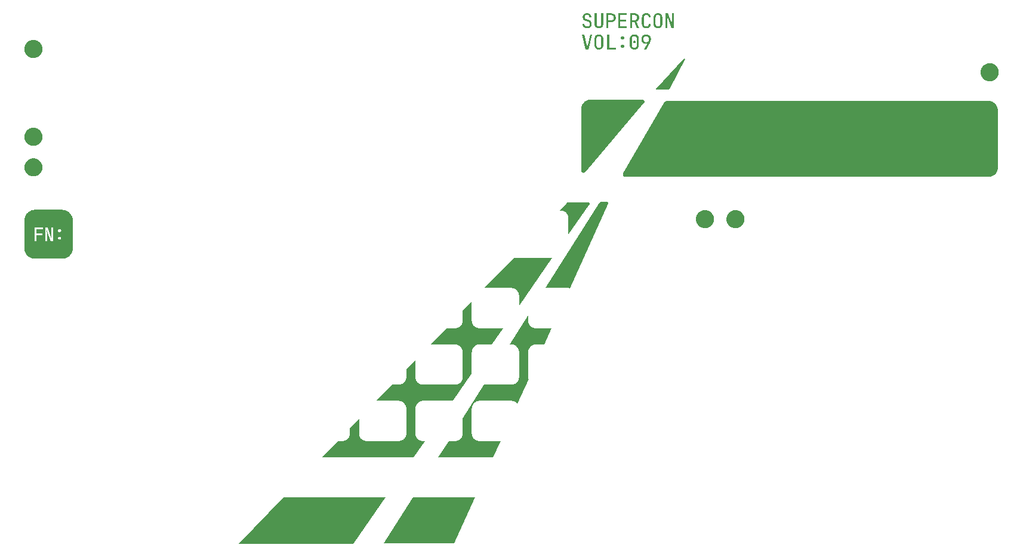
<source format=gbr>
%TF.GenerationSoftware,KiCad,Pcbnew,9.0.3*%
%TF.CreationDate,2025-10-03T08:07:12+02:00*%
%TF.ProjectId,front_pcb,66726f6e-745f-4706-9362-2e6b69636164,rev?*%
%TF.SameCoordinates,Original*%
%TF.FileFunction,Legend,Top*%
%TF.FilePolarity,Positive*%
%FSLAX46Y46*%
G04 Gerber Fmt 4.6, Leading zero omitted, Abs format (unit mm)*
G04 Created by KiCad (PCBNEW 9.0.3) date 2025-10-03 08:07:12*
%MOMM*%
%LPD*%
G01*
G04 APERTURE LIST*
%ADD10C,0.000000*%
G04 APERTURE END LIST*
D10*
G36*
X171068927Y-65702873D02*
G01*
X171103046Y-65704788D01*
X171136238Y-65707978D01*
X171168501Y-65712445D01*
X171199835Y-65718189D01*
X171230239Y-65725209D01*
X171259713Y-65733505D01*
X171288257Y-65743077D01*
X171315870Y-65753925D01*
X171342552Y-65766050D01*
X171368302Y-65779452D01*
X171393119Y-65794129D01*
X171417004Y-65810083D01*
X171439956Y-65827313D01*
X171461974Y-65845819D01*
X171483058Y-65865602D01*
X171502971Y-65886564D01*
X171521607Y-65908606D01*
X171538964Y-65931727D01*
X171555042Y-65955926D01*
X171569839Y-65981202D01*
X171583355Y-66007555D01*
X171595588Y-66034982D01*
X171606538Y-66063484D01*
X171616203Y-66093058D01*
X171624583Y-66123705D01*
X171631677Y-66155423D01*
X171637483Y-66188210D01*
X171642000Y-66222067D01*
X171645228Y-66256991D01*
X171647166Y-66292983D01*
X171647812Y-66330040D01*
X171647812Y-67202379D01*
X171647166Y-67239502D01*
X171645228Y-67275560D01*
X171641999Y-67310553D01*
X171637481Y-67344481D01*
X171631675Y-67377344D01*
X171624581Y-67409142D01*
X171616200Y-67439876D01*
X171606534Y-67469544D01*
X171595584Y-67498147D01*
X171583350Y-67525685D01*
X171569834Y-67552159D01*
X171555037Y-67577567D01*
X171538960Y-67601910D01*
X171521604Y-67625189D01*
X171502969Y-67647402D01*
X171483058Y-67668551D01*
X171461974Y-67688521D01*
X171439956Y-67707199D01*
X171417004Y-67724585D01*
X171393119Y-67740681D01*
X171368302Y-67755486D01*
X171342552Y-67769000D01*
X171315870Y-67781226D01*
X171288257Y-67792162D01*
X171259713Y-67801810D01*
X171230239Y-67810169D01*
X171199835Y-67817241D01*
X171168501Y-67823027D01*
X171136238Y-67827525D01*
X171103046Y-67830738D01*
X171068927Y-67832665D01*
X171033879Y-67833308D01*
X171033879Y-67833306D01*
X170998837Y-67832664D01*
X170964730Y-67830737D01*
X170931556Y-67827524D01*
X170899316Y-67823025D01*
X170868009Y-67817240D01*
X170837633Y-67810168D01*
X170808190Y-67801809D01*
X170779678Y-67792161D01*
X170752097Y-67781225D01*
X170725446Y-67769000D01*
X170699724Y-67755485D01*
X170674932Y-67740681D01*
X170651069Y-67724586D01*
X170628134Y-67707199D01*
X170606127Y-67688522D01*
X170585047Y-67668552D01*
X170565078Y-67647403D01*
X170546402Y-67625190D01*
X170529017Y-67601911D01*
X170512923Y-67577567D01*
X170498119Y-67552159D01*
X170484605Y-67525686D01*
X170472381Y-67498147D01*
X170461445Y-67469544D01*
X170451798Y-67439876D01*
X170443439Y-67409142D01*
X170436368Y-67377344D01*
X170430583Y-67344481D01*
X170426085Y-67310553D01*
X170422872Y-67275560D01*
X170420945Y-67239502D01*
X170420795Y-67230822D01*
X170701583Y-67230822D01*
X170701921Y-67251840D01*
X170702933Y-67272233D01*
X170704622Y-67292001D01*
X170706987Y-67311145D01*
X170710028Y-67329665D01*
X170713747Y-67347561D01*
X170718144Y-67364835D01*
X170723219Y-67381486D01*
X170728973Y-67397515D01*
X170735406Y-67412923D01*
X170742520Y-67427710D01*
X170750314Y-67441876D01*
X170758789Y-67455423D01*
X170767945Y-67468351D01*
X170777783Y-67480660D01*
X170788304Y-67492350D01*
X170799384Y-67503373D01*
X170811034Y-67513682D01*
X170823252Y-67523276D01*
X170836039Y-67532156D01*
X170849396Y-67540323D01*
X170863321Y-67547777D01*
X170877816Y-67554519D01*
X170892879Y-67560549D01*
X170908512Y-67565868D01*
X170924713Y-67570476D01*
X170941483Y-67574374D01*
X170958823Y-67577561D01*
X170976731Y-67580040D01*
X170995208Y-67581810D01*
X171014254Y-67582871D01*
X171033869Y-67583225D01*
X171033879Y-67583225D01*
X171053496Y-67582871D01*
X171072544Y-67581810D01*
X171091024Y-67580040D01*
X171108937Y-67577561D01*
X171126282Y-67574374D01*
X171143061Y-67570476D01*
X171159274Y-67565868D01*
X171174921Y-67560549D01*
X171190004Y-67554519D01*
X171204521Y-67547777D01*
X171218475Y-67540323D01*
X171231865Y-67532156D01*
X171244692Y-67523276D01*
X171256957Y-67513682D01*
X171268659Y-67503373D01*
X171279800Y-67492350D01*
X171290262Y-67480660D01*
X171300057Y-67468351D01*
X171309183Y-67455423D01*
X171317639Y-67441876D01*
X171325424Y-67427710D01*
X171332538Y-67412923D01*
X171338979Y-67397515D01*
X171344747Y-67381486D01*
X171349839Y-67364835D01*
X171354256Y-67347561D01*
X171357997Y-67329665D01*
X171361059Y-67311145D01*
X171363443Y-67292001D01*
X171365147Y-67272233D01*
X171366170Y-67251840D01*
X171366511Y-67230822D01*
X171366511Y-66301599D01*
X171366178Y-66280959D01*
X171365178Y-66260919D01*
X171363511Y-66241480D01*
X171361178Y-66222641D01*
X171358178Y-66204402D01*
X171354511Y-66186761D01*
X171350178Y-66169720D01*
X171345178Y-66153276D01*
X171339511Y-66137429D01*
X171333177Y-66122180D01*
X171326177Y-66107527D01*
X171318510Y-66093470D01*
X171310176Y-66080009D01*
X171301175Y-66067143D01*
X171291508Y-66054871D01*
X171281173Y-66043193D01*
X171270211Y-66032169D01*
X171258654Y-66021861D01*
X171246502Y-66012267D01*
X171233753Y-66003386D01*
X171220407Y-65995219D01*
X171206463Y-65987765D01*
X171191919Y-65981023D01*
X171176774Y-65974993D01*
X171161028Y-65969675D01*
X171144679Y-65965067D01*
X171127726Y-65961169D01*
X171110169Y-65957981D01*
X171092005Y-65955503D01*
X171073235Y-65953733D01*
X171053856Y-65952671D01*
X171033869Y-65952318D01*
X171013940Y-65952671D01*
X170994606Y-65953733D01*
X170975867Y-65955503D01*
X170957725Y-65957981D01*
X170940180Y-65961169D01*
X170923234Y-65965067D01*
X170906887Y-65969675D01*
X170891141Y-65974993D01*
X170875996Y-65981023D01*
X170861454Y-65987765D01*
X170847515Y-65995219D01*
X170834181Y-66003386D01*
X170821452Y-66012267D01*
X170809331Y-66021861D01*
X170797816Y-66032169D01*
X170786911Y-66043193D01*
X170776578Y-66054870D01*
X170766912Y-66067142D01*
X170757913Y-66080008D01*
X170749580Y-66093470D01*
X170741914Y-66107526D01*
X170734914Y-66122179D01*
X170728581Y-66137428D01*
X170722915Y-66153275D01*
X170717915Y-66169719D01*
X170713582Y-66186761D01*
X170709916Y-66204401D01*
X170706916Y-66222640D01*
X170704583Y-66241480D01*
X170702917Y-66260919D01*
X170701917Y-66280958D01*
X170701583Y-66301599D01*
X170701583Y-67230822D01*
X170420795Y-67230822D01*
X170420303Y-67202379D01*
X170420303Y-66330040D01*
X170420800Y-66301599D01*
X170420945Y-66293296D01*
X170422872Y-66257592D01*
X170426085Y-66222928D01*
X170430583Y-66189305D01*
X170436368Y-66156723D01*
X170443439Y-66125181D01*
X170451798Y-66094679D01*
X170461445Y-66065219D01*
X170472381Y-66036798D01*
X170484605Y-66009418D01*
X170498119Y-65983079D01*
X170512923Y-65957781D01*
X170529017Y-65933523D01*
X170546402Y-65910305D01*
X170565078Y-65888128D01*
X170585047Y-65866992D01*
X170606127Y-65847022D01*
X170628134Y-65828344D01*
X170651069Y-65810957D01*
X170674932Y-65794862D01*
X170699724Y-65780057D01*
X170725446Y-65766542D01*
X170752097Y-65754317D01*
X170779678Y-65743381D01*
X170808190Y-65733733D01*
X170837633Y-65725373D01*
X170868009Y-65718301D01*
X170899316Y-65712516D01*
X170931556Y-65708017D01*
X170964730Y-65704805D01*
X170998837Y-65702877D01*
X171033879Y-65702235D01*
X171068927Y-65702873D01*
G37*
G36*
X168881985Y-77963881D02*
G01*
X168902167Y-77966123D01*
X168921683Y-77969781D01*
X168940504Y-77974788D01*
X168958600Y-77981081D01*
X168975940Y-77988593D01*
X168992495Y-77997260D01*
X169008233Y-78007016D01*
X169023126Y-78017797D01*
X169037142Y-78029537D01*
X169050252Y-78042171D01*
X169062426Y-78055634D01*
X169073632Y-78069861D01*
X169083843Y-78084787D01*
X169093026Y-78100346D01*
X169101152Y-78116474D01*
X169108191Y-78133105D01*
X169114112Y-78150174D01*
X169118886Y-78167616D01*
X169122482Y-78185367D01*
X169124870Y-78203360D01*
X169126020Y-78221530D01*
X169125902Y-78239814D01*
X169124486Y-78258144D01*
X169121742Y-78276457D01*
X169117638Y-78294687D01*
X169112146Y-78312769D01*
X169105235Y-78330638D01*
X169096875Y-78348228D01*
X169087036Y-78365476D01*
X169075687Y-78382314D01*
X169062799Y-78398679D01*
X160717885Y-88232562D01*
X160698549Y-88253626D01*
X160678229Y-88272514D01*
X160657030Y-88289264D01*
X160635057Y-88303914D01*
X160612413Y-88316503D01*
X160589205Y-88327069D01*
X160565536Y-88335650D01*
X160541512Y-88342284D01*
X160517236Y-88347011D01*
X160492814Y-88349868D01*
X160468350Y-88350894D01*
X160443949Y-88350127D01*
X160419716Y-88347605D01*
X160395755Y-88343368D01*
X160372171Y-88337452D01*
X160349068Y-88329897D01*
X160326552Y-88320741D01*
X160304727Y-88310022D01*
X160283697Y-88297778D01*
X160263567Y-88284049D01*
X160244442Y-88268872D01*
X160226427Y-88252285D01*
X160209626Y-88234328D01*
X160194144Y-88215038D01*
X160180086Y-88194454D01*
X160167556Y-88172613D01*
X160156659Y-88149556D01*
X160147499Y-88125319D01*
X160140182Y-88099941D01*
X160134811Y-88073461D01*
X160131492Y-88045917D01*
X160130330Y-88017346D01*
X160123183Y-83064328D01*
X160123183Y-79302140D01*
X160124926Y-79233234D01*
X160130097Y-79165233D01*
X160138612Y-79098221D01*
X160150388Y-79032282D01*
X160165340Y-78967499D01*
X160183383Y-78903958D01*
X160204435Y-78841741D01*
X160228411Y-78780935D01*
X160255226Y-78721621D01*
X160284796Y-78663886D01*
X160317038Y-78607812D01*
X160351868Y-78553484D01*
X160389200Y-78500986D01*
X160428951Y-78450402D01*
X160471037Y-78401816D01*
X160515374Y-78355313D01*
X160561877Y-78310976D01*
X160610463Y-78268890D01*
X160661047Y-78229139D01*
X160713545Y-78191807D01*
X160767873Y-78156978D01*
X160823947Y-78124736D01*
X160881683Y-78095166D01*
X160940996Y-78068351D01*
X161001803Y-78044376D01*
X161064019Y-78023324D01*
X161127560Y-78005280D01*
X161192342Y-77990328D01*
X161258281Y-77978553D01*
X161325293Y-77970038D01*
X161393294Y-77964867D01*
X161462199Y-77963124D01*
X168861169Y-77963124D01*
X168861169Y-77963119D01*
X168881985Y-77963881D01*
G37*
G36*
X150638674Y-100375327D02*
G01*
X150657981Y-100376586D01*
X150667665Y-100377101D01*
X150677377Y-100377502D01*
X150687124Y-100377764D01*
X150696914Y-100377857D01*
X156055504Y-100377857D01*
X151325536Y-107173494D01*
X151325536Y-105758368D01*
X151324133Y-105702868D01*
X151319968Y-105648096D01*
X151313109Y-105594121D01*
X151303625Y-105541010D01*
X151291582Y-105488830D01*
X151277049Y-105437651D01*
X151260093Y-105387539D01*
X151240782Y-105338562D01*
X151219184Y-105290788D01*
X151195367Y-105244284D01*
X151169398Y-105199119D01*
X151141345Y-105155361D01*
X151111276Y-105113076D01*
X151079259Y-105072333D01*
X151045361Y-105033200D01*
X151009650Y-104995744D01*
X150972195Y-104960033D01*
X150933062Y-104926135D01*
X150892319Y-104894117D01*
X150850035Y-104864048D01*
X150806276Y-104835995D01*
X150761112Y-104810026D01*
X150714608Y-104786209D01*
X150666835Y-104764610D01*
X150617858Y-104745299D01*
X150567746Y-104728343D01*
X150516566Y-104713810D01*
X150464387Y-104701767D01*
X150411276Y-104692283D01*
X150357301Y-104685424D01*
X150302529Y-104681259D01*
X150247029Y-104679856D01*
X146475187Y-104679851D01*
X150619400Y-100373945D01*
X150638674Y-100375327D01*
G37*
G36*
X174807383Y-72153685D02*
G01*
X174812746Y-72154626D01*
X174818002Y-72156022D01*
X174823120Y-72157854D01*
X174828073Y-72160100D01*
X174832829Y-72162738D01*
X174837362Y-72165749D01*
X174841641Y-72169110D01*
X174845637Y-72172800D01*
X174849321Y-72176800D01*
X174852665Y-72181087D01*
X174855638Y-72185640D01*
X174858212Y-72190439D01*
X174860358Y-72195462D01*
X174862046Y-72200688D01*
X174863247Y-72206097D01*
X174863933Y-72211667D01*
X174864074Y-72217377D01*
X174863641Y-72223206D01*
X174862605Y-72229133D01*
X174860937Y-72235137D01*
X174858607Y-72241196D01*
X174855587Y-72247291D01*
X172661006Y-76423982D01*
X172652153Y-76439502D01*
X172642337Y-76454247D01*
X172631609Y-76468187D01*
X172620021Y-76481291D01*
X172607626Y-76493526D01*
X172594475Y-76504862D01*
X172580620Y-76515268D01*
X172566113Y-76524711D01*
X172551006Y-76533160D01*
X172535350Y-76540585D01*
X172519198Y-76546954D01*
X172502601Y-76552235D01*
X172485612Y-76556397D01*
X172468281Y-76559409D01*
X172450662Y-76561239D01*
X172432806Y-76561856D01*
X170789321Y-76561856D01*
X170783614Y-76561642D01*
X170778090Y-76561015D01*
X170772757Y-76559993D01*
X170767624Y-76558594D01*
X170762699Y-76556837D01*
X170757990Y-76554742D01*
X170753504Y-76552327D01*
X170749251Y-76549610D01*
X170745238Y-76546611D01*
X170741473Y-76543349D01*
X170737965Y-76539842D01*
X170734722Y-76536109D01*
X170731751Y-76532169D01*
X170729061Y-76528040D01*
X170726660Y-76523742D01*
X170724557Y-76519293D01*
X170722758Y-76514712D01*
X170721273Y-76510019D01*
X170720110Y-76505230D01*
X170719276Y-76500367D01*
X170718780Y-76495446D01*
X170718630Y-76490488D01*
X170718833Y-76485511D01*
X170719399Y-76480533D01*
X170720336Y-76475574D01*
X170721650Y-76470652D01*
X170723352Y-76465787D01*
X170725447Y-76460996D01*
X170727946Y-76456299D01*
X170730856Y-76451715D01*
X170734184Y-76447262D01*
X170737940Y-76442959D01*
X174754218Y-72173993D01*
X174759059Y-72169215D01*
X174764084Y-72165103D01*
X174769262Y-72161638D01*
X174774566Y-72158796D01*
X174779965Y-72156559D01*
X174785432Y-72154903D01*
X174790936Y-72153809D01*
X174796448Y-72153256D01*
X174801941Y-72153221D01*
X174807383Y-72153685D01*
G37*
G36*
X82500000Y-69500000D02*
G01*
X82565080Y-69504949D01*
X82629214Y-69513098D01*
X82692321Y-69524368D01*
X82754321Y-69538677D01*
X82815133Y-69555946D01*
X82874677Y-69576093D01*
X82932872Y-69599039D01*
X82989637Y-69624702D01*
X83044893Y-69653002D01*
X83098559Y-69683859D01*
X83150553Y-69717192D01*
X83200796Y-69752921D01*
X83249207Y-69790964D01*
X83295706Y-69831242D01*
X83340212Y-69873675D01*
X83382644Y-69918180D01*
X83422922Y-69964679D01*
X83460966Y-70013090D01*
X83496694Y-70063333D01*
X83530027Y-70115327D01*
X83560884Y-70168993D01*
X83589185Y-70224249D01*
X83614848Y-70281014D01*
X83637793Y-70339209D01*
X83657941Y-70398753D01*
X83675209Y-70459565D01*
X83689519Y-70521565D01*
X83700789Y-70584672D01*
X83708938Y-70648806D01*
X83713887Y-70713886D01*
X83715554Y-70779832D01*
X83713887Y-70845778D01*
X83708938Y-70910858D01*
X83700789Y-70974992D01*
X83689519Y-71038100D01*
X83675209Y-71100100D01*
X83657941Y-71160912D01*
X83637793Y-71220456D01*
X83614848Y-71278651D01*
X83589185Y-71335416D01*
X83560884Y-71390672D01*
X83530027Y-71444338D01*
X83496694Y-71496332D01*
X83460966Y-71546575D01*
X83422922Y-71594987D01*
X83382644Y-71641485D01*
X83340212Y-71685991D01*
X83295706Y-71728423D01*
X83249207Y-71768702D01*
X83200796Y-71806745D01*
X83150553Y-71842474D01*
X83098559Y-71875807D01*
X83044893Y-71906664D01*
X82989637Y-71934965D01*
X82932872Y-71960628D01*
X82874677Y-71983573D01*
X82815133Y-72003721D01*
X82754321Y-72020990D01*
X82692321Y-72035299D01*
X82629214Y-72046569D01*
X82565080Y-72054718D01*
X82500000Y-72059667D01*
X82434054Y-72061335D01*
X82368108Y-72059667D01*
X82303028Y-72054718D01*
X82238894Y-72046569D01*
X82175787Y-72035299D01*
X82113787Y-72020990D01*
X82052975Y-72003721D01*
X81993431Y-71983573D01*
X81935236Y-71960628D01*
X81878470Y-71934965D01*
X81823214Y-71906664D01*
X81769549Y-71875807D01*
X81717555Y-71842474D01*
X81667311Y-71806745D01*
X81618900Y-71768702D01*
X81572402Y-71728423D01*
X81527896Y-71685991D01*
X81485464Y-71641485D01*
X81445185Y-71594987D01*
X81407142Y-71546575D01*
X81371413Y-71496332D01*
X81338080Y-71444338D01*
X81307223Y-71390672D01*
X81278923Y-71335416D01*
X81253260Y-71278651D01*
X81230314Y-71220456D01*
X81210167Y-71160912D01*
X81192898Y-71100100D01*
X81178588Y-71038100D01*
X81167319Y-70974992D01*
X81159169Y-70910858D01*
X81154220Y-70845778D01*
X81152553Y-70779832D01*
X81154220Y-70713886D01*
X81159169Y-70648806D01*
X81167319Y-70584672D01*
X81178588Y-70521565D01*
X81192898Y-70459565D01*
X81210167Y-70398753D01*
X81230314Y-70339209D01*
X81253260Y-70281014D01*
X81278923Y-70224249D01*
X81307223Y-70168993D01*
X81338080Y-70115327D01*
X81371413Y-70063333D01*
X81407142Y-70013090D01*
X81445185Y-69964679D01*
X81485464Y-69918180D01*
X81527896Y-69873675D01*
X81572402Y-69831242D01*
X81618900Y-69790964D01*
X81667311Y-69752921D01*
X81717555Y-69717192D01*
X81769549Y-69683859D01*
X81823214Y-69653002D01*
X81878470Y-69624702D01*
X81935236Y-69599039D01*
X81993431Y-69576093D01*
X82052975Y-69555946D01*
X82113787Y-69538677D01*
X82175787Y-69524368D01*
X82238894Y-69513098D01*
X82303028Y-69504949D01*
X82368108Y-69500000D01*
X82434054Y-69498332D01*
X82500000Y-69500000D01*
G37*
G36*
X161131742Y-92515194D02*
G01*
X161147417Y-92516863D01*
X161162624Y-92519588D01*
X161177338Y-92523325D01*
X161191536Y-92528027D01*
X161205193Y-92533650D01*
X161218286Y-92540147D01*
X161230791Y-92547473D01*
X161242684Y-92555582D01*
X161253942Y-92564430D01*
X161264540Y-92573969D01*
X161274456Y-92584156D01*
X161283664Y-92594943D01*
X161292142Y-92606287D01*
X161299865Y-92618140D01*
X161306810Y-92630458D01*
X161312952Y-92643195D01*
X161318269Y-92656306D01*
X161322736Y-92669744D01*
X161326329Y-92683465D01*
X161329026Y-92697422D01*
X161330801Y-92711571D01*
X161331631Y-92725865D01*
X161331492Y-92740259D01*
X161330361Y-92754708D01*
X161328214Y-92769166D01*
X161325026Y-92783587D01*
X161320774Y-92797927D01*
X161315435Y-92812138D01*
X161308984Y-92826176D01*
X161301398Y-92839996D01*
X161292653Y-92853551D01*
X158332660Y-97106228D01*
X158332660Y-94760346D01*
X158331257Y-94704846D01*
X158327092Y-94650074D01*
X158320233Y-94596099D01*
X158310748Y-94542988D01*
X158298705Y-94490809D01*
X158284172Y-94439629D01*
X158267215Y-94389517D01*
X158247904Y-94340541D01*
X158226306Y-94292767D01*
X158202488Y-94246264D01*
X158176518Y-94201099D01*
X158148465Y-94157341D01*
X158118395Y-94115056D01*
X158086377Y-94074314D01*
X158052479Y-94035180D01*
X158016768Y-93997725D01*
X157979311Y-93962014D01*
X157940178Y-93928116D01*
X157899434Y-93896099D01*
X157857150Y-93866030D01*
X157813391Y-93837977D01*
X157768226Y-93812008D01*
X157721722Y-93788191D01*
X157673948Y-93766593D01*
X157624971Y-93747282D01*
X157574859Y-93730326D01*
X157523679Y-93715793D01*
X157471500Y-93703750D01*
X157418389Y-93694266D01*
X157364414Y-93687407D01*
X157309643Y-93683242D01*
X157254143Y-93681839D01*
X157060204Y-93681839D01*
X158039849Y-92663970D01*
X158057471Y-92646567D01*
X158075869Y-92630155D01*
X158094999Y-92614752D01*
X158114818Y-92600377D01*
X158135284Y-92587047D01*
X158156354Y-92574781D01*
X158177985Y-92563597D01*
X158200135Y-92553513D01*
X158222760Y-92544548D01*
X158245819Y-92536719D01*
X158269267Y-92530044D01*
X158293063Y-92524543D01*
X158317163Y-92520232D01*
X158341525Y-92517131D01*
X158366105Y-92515256D01*
X158390862Y-92514628D01*
X161115621Y-92514628D01*
X161131742Y-92515194D01*
G37*
G36*
X167747464Y-65730970D02*
G01*
X167770705Y-65731849D01*
X167793570Y-65733313D01*
X167816061Y-65735365D01*
X167838175Y-65738004D01*
X167859913Y-65741231D01*
X167881274Y-65745046D01*
X167902258Y-65749450D01*
X167922864Y-65754444D01*
X167943091Y-65760027D01*
X167962940Y-65766201D01*
X167982409Y-65772966D01*
X168001498Y-65780322D01*
X168020207Y-65788270D01*
X168038535Y-65796810D01*
X168056481Y-65805944D01*
X168073991Y-65815606D01*
X168091013Y-65825731D01*
X168107548Y-65836320D01*
X168123595Y-65847372D01*
X168139154Y-65858887D01*
X168154226Y-65870866D01*
X168168810Y-65883308D01*
X168182907Y-65896214D01*
X168196515Y-65909583D01*
X168209636Y-65923415D01*
X168222270Y-65937710D01*
X168234415Y-65952469D01*
X168246073Y-65967692D01*
X168257243Y-65983377D01*
X168267926Y-65999527D01*
X168278120Y-66016139D01*
X168287756Y-66033227D01*
X168296767Y-66050674D01*
X168305153Y-66068480D01*
X168312915Y-66086648D01*
X168320054Y-66105177D01*
X168326569Y-66124069D01*
X168332461Y-66143324D01*
X168337731Y-66162945D01*
X168342380Y-66182931D01*
X168346406Y-66203284D01*
X168349813Y-66224005D01*
X168352598Y-66245094D01*
X168354764Y-66266554D01*
X168356311Y-66288384D01*
X168357238Y-66310587D01*
X168357547Y-66333162D01*
X168357133Y-66359205D01*
X168355888Y-66384783D01*
X168353814Y-66409898D01*
X168350908Y-66434547D01*
X168347172Y-66458731D01*
X168342603Y-66482449D01*
X168337202Y-66505701D01*
X168330969Y-66528486D01*
X168323902Y-66550803D01*
X168316002Y-66572652D01*
X168307267Y-66594033D01*
X168297698Y-66614945D01*
X168287293Y-66635387D01*
X168276052Y-66655360D01*
X168263975Y-66674862D01*
X168251061Y-66693893D01*
X168237457Y-66712346D01*
X168223308Y-66730116D01*
X168208616Y-66747203D01*
X168193381Y-66763605D01*
X168177603Y-66779322D01*
X168161283Y-66794353D01*
X168144422Y-66808699D01*
X168127020Y-66822359D01*
X168109077Y-66835331D01*
X168090595Y-66847616D01*
X168071572Y-66859213D01*
X168052011Y-66870122D01*
X168031912Y-66880341D01*
X168011274Y-66889871D01*
X167990099Y-66898711D01*
X167968387Y-66906861D01*
X168385990Y-67804867D01*
X168076256Y-67804867D01*
X167681186Y-66938077D01*
X167360344Y-66938077D01*
X167360344Y-67804867D01*
X167081820Y-67804865D01*
X167081820Y-66688340D01*
X167081820Y-65980758D01*
X167360344Y-65980758D01*
X167360344Y-66688340D01*
X167723849Y-66688340D01*
X167743490Y-66687962D01*
X167762610Y-66686828D01*
X167781208Y-66684938D01*
X167799284Y-66682292D01*
X167816838Y-66678890D01*
X167833868Y-66674732D01*
X167850376Y-66669817D01*
X167866359Y-66664147D01*
X167881818Y-66657721D01*
X167896753Y-66650539D01*
X167911162Y-66642600D01*
X167925045Y-66633906D01*
X167938403Y-66624455D01*
X167951234Y-66614249D01*
X167963538Y-66603286D01*
X167975314Y-66591567D01*
X167986526Y-66579231D01*
X167997007Y-66566414D01*
X168006758Y-66553115D01*
X168015780Y-66539334D01*
X168024075Y-66525069D01*
X168031643Y-66510319D01*
X168038485Y-66495083D01*
X168044602Y-66479361D01*
X168049996Y-66463151D01*
X168054667Y-66446452D01*
X168058617Y-66429263D01*
X168061846Y-66411584D01*
X168064356Y-66393413D01*
X168066147Y-66374749D01*
X168067222Y-66355591D01*
X168067579Y-66335938D01*
X168067213Y-66315907D01*
X168066116Y-66296395D01*
X168064287Y-66277401D01*
X168061726Y-66258924D01*
X168058433Y-66240964D01*
X168054409Y-66223519D01*
X168049653Y-66206589D01*
X168044166Y-66190171D01*
X168037947Y-66174266D01*
X168030996Y-66158872D01*
X168023314Y-66143988D01*
X168014901Y-66129613D01*
X168005756Y-66115746D01*
X167995879Y-66102386D01*
X167985271Y-66089533D01*
X167973931Y-66077184D01*
X167961980Y-66065527D01*
X167949541Y-66054617D01*
X167936613Y-66044457D01*
X167923196Y-66035046D01*
X167909289Y-66026385D01*
X167894892Y-66018475D01*
X167880005Y-66011315D01*
X167864626Y-66004907D01*
X167848755Y-65999251D01*
X167832393Y-65994348D01*
X167815537Y-65990197D01*
X167798188Y-65986800D01*
X167780346Y-65984157D01*
X167762009Y-65982269D01*
X167743177Y-65981135D01*
X167723849Y-65980758D01*
X167360344Y-65980758D01*
X167081820Y-65980758D01*
X167081820Y-65730677D01*
X167723849Y-65730677D01*
X167747464Y-65730970D01*
G37*
G36*
X177760565Y-93626393D02*
G01*
X177825645Y-93631342D01*
X177889779Y-93639491D01*
X177952886Y-93650761D01*
X178014886Y-93665070D01*
X178075698Y-93682339D01*
X178135242Y-93702486D01*
X178193437Y-93725432D01*
X178250203Y-93751095D01*
X178305459Y-93779395D01*
X178359125Y-93810252D01*
X178411119Y-93843585D01*
X178461363Y-93879314D01*
X178509774Y-93917357D01*
X178556273Y-93957635D01*
X178600779Y-94000068D01*
X178643211Y-94044573D01*
X178683490Y-94091072D01*
X178721533Y-94139483D01*
X178757262Y-94189726D01*
X178790595Y-94241720D01*
X178821453Y-94295386D01*
X178849753Y-94350642D01*
X178875416Y-94407407D01*
X178898362Y-94465602D01*
X178918510Y-94525146D01*
X178935778Y-94585958D01*
X178950088Y-94647958D01*
X178961358Y-94711065D01*
X178969507Y-94775199D01*
X178974456Y-94840279D01*
X178976124Y-94906225D01*
X178974456Y-94972171D01*
X178969507Y-95037250D01*
X178961358Y-95101384D01*
X178950088Y-95164491D01*
X178935778Y-95226491D01*
X178918510Y-95287303D01*
X178898362Y-95346846D01*
X178875416Y-95405041D01*
X178849753Y-95461807D01*
X178821453Y-95517062D01*
X178790595Y-95570728D01*
X178757262Y-95622722D01*
X178721533Y-95672965D01*
X178683490Y-95721376D01*
X178643211Y-95767875D01*
X178600779Y-95812381D01*
X178556273Y-95854813D01*
X178509774Y-95895091D01*
X178461363Y-95933135D01*
X178411119Y-95968864D01*
X178359125Y-96002197D01*
X178305459Y-96033054D01*
X178250203Y-96061355D01*
X178193437Y-96087018D01*
X178135242Y-96109964D01*
X178075698Y-96130111D01*
X178014886Y-96147380D01*
X177952886Y-96161689D01*
X177889779Y-96172959D01*
X177825645Y-96181109D01*
X177760565Y-96186058D01*
X177694619Y-96187725D01*
X177628674Y-96186058D01*
X177563594Y-96181109D01*
X177499461Y-96172959D01*
X177436355Y-96161689D01*
X177374355Y-96147380D01*
X177313544Y-96130111D01*
X177254000Y-96109964D01*
X177195806Y-96087018D01*
X177139040Y-96061355D01*
X177083785Y-96033054D01*
X177030120Y-96002197D01*
X176978126Y-95968864D01*
X176927883Y-95933135D01*
X176879472Y-95895091D01*
X176832973Y-95854813D01*
X176788467Y-95812381D01*
X176746035Y-95767875D01*
X176705757Y-95721376D01*
X176667713Y-95672965D01*
X176631985Y-95622722D01*
X176598652Y-95570728D01*
X176567795Y-95517062D01*
X176539494Y-95461807D01*
X176513831Y-95405041D01*
X176490885Y-95346846D01*
X176470738Y-95287303D01*
X176453469Y-95226491D01*
X176439160Y-95164491D01*
X176427890Y-95101384D01*
X176419740Y-95037250D01*
X176414791Y-94972171D01*
X176413124Y-94906225D01*
X176414791Y-94840279D01*
X176419740Y-94775199D01*
X176427890Y-94711065D01*
X176439160Y-94647958D01*
X176453469Y-94585958D01*
X176470738Y-94525146D01*
X176490885Y-94465602D01*
X176513831Y-94407407D01*
X176539494Y-94350642D01*
X176567795Y-94295386D01*
X176598652Y-94241720D01*
X176631985Y-94189726D01*
X176667713Y-94139483D01*
X176705757Y-94091072D01*
X176746035Y-94044573D01*
X176788467Y-94000068D01*
X176832973Y-93957635D01*
X176879472Y-93917357D01*
X176927883Y-93879314D01*
X176978126Y-93843585D01*
X177030120Y-93810252D01*
X177083785Y-93779395D01*
X177139040Y-93751095D01*
X177195806Y-93725432D01*
X177254000Y-93702486D01*
X177313544Y-93682339D01*
X177374355Y-93665070D01*
X177436355Y-93650761D01*
X177499461Y-93639491D01*
X177563594Y-93631342D01*
X177628674Y-93626393D01*
X177694619Y-93624725D01*
X177760565Y-93626393D01*
G37*
G36*
X127818058Y-140947142D02*
G01*
X111569764Y-140947142D01*
X117890463Y-134379847D01*
X132389100Y-134379847D01*
X127818058Y-140947142D01*
G37*
G36*
X162325063Y-67230820D02*
G01*
X162325381Y-67251156D01*
X162326332Y-67270932D01*
X162327917Y-67290149D01*
X162330137Y-67308808D01*
X162332991Y-67326911D01*
X162336478Y-67344457D01*
X162340600Y-67361449D01*
X162345356Y-67377887D01*
X162350746Y-67393772D01*
X162356771Y-67409105D01*
X162363429Y-67423887D01*
X162370721Y-67438120D01*
X162378647Y-67451804D01*
X162387208Y-67464941D01*
X162396402Y-67477530D01*
X162406230Y-67489574D01*
X162416643Y-67500914D01*
X162427722Y-67511523D01*
X162439464Y-67521400D01*
X162451868Y-67530546D01*
X162464933Y-67538959D01*
X162478657Y-67546642D01*
X162493038Y-67553592D01*
X162508075Y-67559811D01*
X162523767Y-67565298D01*
X162540111Y-67570054D01*
X162557107Y-67574078D01*
X162574753Y-67577371D01*
X162593047Y-67579931D01*
X162611988Y-67581760D01*
X162631575Y-67582858D01*
X162651805Y-67583224D01*
X162671787Y-67582858D01*
X162691151Y-67581760D01*
X162709899Y-67579931D01*
X162728030Y-67577371D01*
X162745546Y-67574078D01*
X162762446Y-67570054D01*
X162778732Y-67565298D01*
X162794404Y-67559811D01*
X162809462Y-67553592D01*
X162823906Y-67546642D01*
X162837738Y-67538959D01*
X162850958Y-67530546D01*
X162863566Y-67521400D01*
X162875563Y-67511523D01*
X162886950Y-67500914D01*
X162897726Y-67489574D01*
X162907870Y-67477530D01*
X162917364Y-67464941D01*
X162926206Y-67451804D01*
X162934397Y-67438120D01*
X162941935Y-67423887D01*
X162948821Y-67409105D01*
X162955053Y-67393772D01*
X162960632Y-67377887D01*
X162965556Y-67361449D01*
X162969825Y-67344457D01*
X162973439Y-67326911D01*
X162976397Y-67308808D01*
X162978699Y-67290149D01*
X162980343Y-67270932D01*
X162981330Y-67251156D01*
X162981660Y-67230820D01*
X162981660Y-65730676D01*
X163262950Y-65730676D01*
X163262950Y-67230820D01*
X163262333Y-67265533D01*
X163260480Y-67299302D01*
X163257393Y-67332127D01*
X163253072Y-67364007D01*
X163247517Y-67394942D01*
X163240729Y-67424932D01*
X163232708Y-67453976D01*
X163223456Y-67482073D01*
X163212971Y-67509223D01*
X163201256Y-67535425D01*
X163188309Y-67560680D01*
X163174133Y-67584985D01*
X163158727Y-67608342D01*
X163142091Y-67630749D01*
X163124227Y-67652205D01*
X163105134Y-67672711D01*
X163084888Y-67692178D01*
X163063562Y-67710384D01*
X163041156Y-67727332D01*
X163017670Y-67743021D01*
X162993105Y-67757451D01*
X162967461Y-67770625D01*
X162940739Y-67782541D01*
X162912939Y-67793201D01*
X162884062Y-67802605D01*
X162854109Y-67810753D01*
X162823079Y-67817647D01*
X162790973Y-67823286D01*
X162757793Y-67827670D01*
X162723537Y-67830802D01*
X162688208Y-67832680D01*
X162651805Y-67833306D01*
X162615779Y-67832672D01*
X162580802Y-67830771D01*
X162546875Y-67827602D01*
X162513999Y-67823166D01*
X162482173Y-67817465D01*
X162451399Y-67810497D01*
X162421676Y-67802265D01*
X162393006Y-67792767D01*
X162365388Y-67782006D01*
X162338824Y-67769981D01*
X162313314Y-67756693D01*
X162288858Y-67742143D01*
X162265458Y-67726330D01*
X162243112Y-67709256D01*
X162221822Y-67690921D01*
X162201589Y-67671325D01*
X162182497Y-67650644D01*
X162164632Y-67629052D01*
X162147997Y-67606548D01*
X162132590Y-67583132D01*
X162118414Y-67558804D01*
X162105467Y-67533563D01*
X162093752Y-67507408D01*
X162083267Y-67480339D01*
X162074015Y-67452355D01*
X162065994Y-67423457D01*
X162059206Y-67393643D01*
X162053651Y-67362913D01*
X162049330Y-67331266D01*
X162046243Y-67298702D01*
X162044390Y-67265220D01*
X162043773Y-67230820D01*
X162043773Y-65730676D01*
X162325063Y-65730676D01*
X162325063Y-67230820D01*
G37*
G36*
X152625524Y-109301323D02*
G01*
X152626928Y-109356823D01*
X152631093Y-109411595D01*
X152637952Y-109465571D01*
X152647436Y-109518682D01*
X152659479Y-109570861D01*
X152674013Y-109622041D01*
X152690969Y-109672154D01*
X152710281Y-109721131D01*
X152731879Y-109768905D01*
X152755697Y-109815409D01*
X152781666Y-109860574D01*
X152809720Y-109904333D01*
X152839789Y-109946619D01*
X152871807Y-109987362D01*
X152905706Y-110026496D01*
X152941417Y-110063952D01*
X152978874Y-110099663D01*
X153018007Y-110133562D01*
X153058750Y-110165580D01*
X153101035Y-110195650D01*
X153144794Y-110223703D01*
X153189959Y-110249673D01*
X153236463Y-110273491D01*
X153284237Y-110295089D01*
X153333214Y-110314401D01*
X153383326Y-110331357D01*
X153434505Y-110345890D01*
X153486685Y-110357934D01*
X153539796Y-110367418D01*
X153593771Y-110374277D01*
X153648542Y-110378442D01*
X153704042Y-110379845D01*
X155956967Y-110379845D01*
X154914629Y-112679845D01*
X153704042Y-112679845D01*
X153648542Y-112681248D01*
X153593771Y-112685413D01*
X153539796Y-112692272D01*
X153486685Y-112701756D01*
X153434505Y-112713800D01*
X153383326Y-112728333D01*
X153333214Y-112745289D01*
X153284237Y-112764601D01*
X153236463Y-112786199D01*
X153189959Y-112810017D01*
X153144794Y-112835987D01*
X153101035Y-112864040D01*
X153058750Y-112894110D01*
X153018007Y-112926128D01*
X152978874Y-112960026D01*
X152941417Y-112995738D01*
X152905706Y-113033194D01*
X152871807Y-113072328D01*
X152839789Y-113113071D01*
X152809720Y-113155356D01*
X152781666Y-113199116D01*
X152755697Y-113244281D01*
X152731879Y-113290785D01*
X152710281Y-113338559D01*
X152690969Y-113387536D01*
X152674013Y-113437649D01*
X152659479Y-113488829D01*
X152647436Y-113541008D01*
X152637952Y-113594119D01*
X152631093Y-113648095D01*
X152626928Y-113702867D01*
X152625524Y-113758367D01*
X152625524Y-117301327D01*
X152626323Y-117343161D01*
X152628700Y-117384591D01*
X152632624Y-117425589D01*
X152638066Y-117466125D01*
X152644995Y-117506172D01*
X152653381Y-117545699D01*
X152663194Y-117584680D01*
X152674403Y-117623084D01*
X151099172Y-121098952D01*
X151060902Y-121052293D01*
X151020146Y-121007853D01*
X150977007Y-120965742D01*
X150931591Y-120926068D01*
X150884001Y-120888941D01*
X150834343Y-120854471D01*
X150782722Y-120822765D01*
X150729241Y-120793933D01*
X150674006Y-120768084D01*
X150617122Y-120745328D01*
X150558692Y-120725774D01*
X150498822Y-120709530D01*
X150437616Y-120696706D01*
X150375178Y-120687411D01*
X150311615Y-120681753D01*
X150247029Y-120679843D01*
X145704033Y-120679843D01*
X145648532Y-120681247D01*
X145593761Y-120685412D01*
X145539786Y-120692270D01*
X145486675Y-120701755D01*
X145434495Y-120713798D01*
X145383316Y-120728331D01*
X145333204Y-120745287D01*
X145284227Y-120764598D01*
X145236453Y-120786196D01*
X145189950Y-120810014D01*
X145144785Y-120835983D01*
X145101027Y-120864036D01*
X145058743Y-120894105D01*
X145018000Y-120926123D01*
X144978867Y-120960021D01*
X144941411Y-120995732D01*
X144905701Y-121033188D01*
X144871803Y-121072321D01*
X144839785Y-121113064D01*
X144809716Y-121155348D01*
X144781664Y-121199107D01*
X144755695Y-121244272D01*
X144731877Y-121290775D01*
X144710279Y-121338549D01*
X144690969Y-121387526D01*
X144674013Y-121437638D01*
X144659480Y-121488818D01*
X144647437Y-121540997D01*
X144637952Y-121594108D01*
X144631094Y-121648084D01*
X144626929Y-121702855D01*
X144625526Y-121758356D01*
X144625526Y-125301316D01*
X144626929Y-125356816D01*
X144631094Y-125411587D01*
X144637952Y-125465562D01*
X144647437Y-125518673D01*
X144659480Y-125570851D01*
X144674013Y-125622031D01*
X144690969Y-125672143D01*
X144710279Y-125721119D01*
X144731877Y-125768893D01*
X144755695Y-125815396D01*
X144781664Y-125860561D01*
X144809716Y-125904319D01*
X144839785Y-125946604D01*
X144871803Y-125987346D01*
X144905701Y-126026479D01*
X144941411Y-126063935D01*
X144978867Y-126099646D01*
X145018000Y-126133544D01*
X145058743Y-126165562D01*
X145101027Y-126195631D01*
X145144785Y-126223684D01*
X145189950Y-126249653D01*
X145236453Y-126273470D01*
X145284227Y-126295068D01*
X145333204Y-126314379D01*
X145383316Y-126331335D01*
X145434495Y-126345869D01*
X145486675Y-126357911D01*
X145539786Y-126367396D01*
X145593761Y-126374255D01*
X145648532Y-126378420D01*
X145704033Y-126379823D01*
X148705941Y-126379823D01*
X147663583Y-128679858D01*
X139866404Y-128679858D01*
X141324239Y-126379823D01*
X142247020Y-126379823D01*
X142302520Y-126378420D01*
X142357292Y-126374255D01*
X142411267Y-126367396D01*
X142464378Y-126357911D01*
X142516557Y-126345869D01*
X142567737Y-126331335D01*
X142617849Y-126314379D01*
X142666825Y-126295068D01*
X142714599Y-126273470D01*
X142761102Y-126249653D01*
X142806267Y-126223684D01*
X142850025Y-126195631D01*
X142892310Y-126165562D01*
X142933052Y-126133544D01*
X142972185Y-126099646D01*
X143009641Y-126063935D01*
X143045352Y-126026479D01*
X143079250Y-125987346D01*
X143111267Y-125946604D01*
X143141336Y-125904319D01*
X143169389Y-125860561D01*
X143195358Y-125815396D01*
X143219175Y-125768893D01*
X143240773Y-125721119D01*
X143260084Y-125672143D01*
X143277040Y-125622031D01*
X143291573Y-125570851D01*
X143303616Y-125518673D01*
X143313100Y-125465562D01*
X143319959Y-125411587D01*
X143324124Y-125356816D01*
X143325527Y-125301316D01*
X143325527Y-123222391D01*
X146394925Y-118379814D01*
X150247029Y-118379814D01*
X150302529Y-118378410D01*
X150357301Y-118374246D01*
X150411276Y-118367387D01*
X150464387Y-118357902D01*
X150516566Y-118345860D01*
X150567746Y-118331326D01*
X150617858Y-118314370D01*
X150666835Y-118295059D01*
X150714608Y-118273461D01*
X150761112Y-118249644D01*
X150806276Y-118223674D01*
X150850035Y-118195621D01*
X150892319Y-118165552D01*
X150933062Y-118133535D01*
X150972195Y-118099637D01*
X151009650Y-118063926D01*
X151045361Y-118026470D01*
X151079259Y-117987336D01*
X151111276Y-117946593D01*
X151141345Y-117904309D01*
X151169398Y-117860550D01*
X151195367Y-117815385D01*
X151219184Y-117768882D01*
X151240782Y-117721108D01*
X151260093Y-117672131D01*
X151277049Y-117622019D01*
X151291582Y-117570839D01*
X151303625Y-117518660D01*
X151313109Y-117465549D01*
X151319968Y-117411574D01*
X151324133Y-117356802D01*
X151325536Y-117301302D01*
X151325536Y-113758346D01*
X151324133Y-113702846D01*
X151319968Y-113648075D01*
X151313109Y-113594099D01*
X151303625Y-113540988D01*
X151291582Y-113488809D01*
X151277049Y-113437629D01*
X151260093Y-113387517D01*
X151240782Y-113338540D01*
X151219184Y-113290766D01*
X151195367Y-113244263D01*
X151169398Y-113199098D01*
X151141345Y-113155339D01*
X151111276Y-113113055D01*
X151079259Y-113072312D01*
X151045361Y-113033179D01*
X151009650Y-112995723D01*
X150972195Y-112960012D01*
X150933062Y-112926114D01*
X150892319Y-112894096D01*
X150850035Y-112864027D01*
X150806276Y-112835974D01*
X150761112Y-112810005D01*
X150714608Y-112786187D01*
X150666835Y-112764589D01*
X150617858Y-112745278D01*
X150567746Y-112728322D01*
X150516566Y-112713789D01*
X150464387Y-112701746D01*
X150411276Y-112692261D01*
X150357301Y-112685403D01*
X150302529Y-112681238D01*
X150247029Y-112679834D01*
X150007776Y-112679834D01*
X152625524Y-108549822D01*
X152625524Y-109301323D01*
G37*
G36*
X166018513Y-69006760D02*
G01*
X166031842Y-69007456D01*
X166044824Y-69008616D01*
X166057460Y-69010241D01*
X166069749Y-69012332D01*
X166081694Y-69014888D01*
X166093296Y-69017911D01*
X166104555Y-69021400D01*
X166115473Y-69025357D01*
X166126051Y-69029782D01*
X166136289Y-69034676D01*
X166146189Y-69040038D01*
X166155751Y-69045870D01*
X166164978Y-69052171D01*
X166173869Y-69058944D01*
X166182426Y-69066187D01*
X166190490Y-69073820D01*
X166198033Y-69081763D01*
X166205056Y-69090014D01*
X166211559Y-69098575D01*
X166217542Y-69107444D01*
X166223004Y-69116622D01*
X166227946Y-69126109D01*
X166232368Y-69135905D01*
X166236270Y-69146009D01*
X166239651Y-69156423D01*
X166242513Y-69167146D01*
X166244854Y-69178177D01*
X166246675Y-69189518D01*
X166247975Y-69201167D01*
X166248755Y-69213126D01*
X166249016Y-69225393D01*
X166248755Y-69237660D01*
X166247975Y-69249618D01*
X166246675Y-69261268D01*
X166244854Y-69272608D01*
X166242513Y-69283640D01*
X166239651Y-69294362D01*
X166236270Y-69304776D01*
X166232368Y-69314881D01*
X166227946Y-69324677D01*
X166223004Y-69334164D01*
X166217542Y-69343342D01*
X166211559Y-69352211D01*
X166205056Y-69360772D01*
X166198033Y-69369023D01*
X166190490Y-69376965D01*
X166182426Y-69384598D01*
X166173869Y-69391784D01*
X166164978Y-69398514D01*
X166155751Y-69404787D01*
X166146189Y-69410601D01*
X166136289Y-69415956D01*
X166126051Y-69420851D01*
X166115473Y-69425285D01*
X166104555Y-69429256D01*
X166093296Y-69432764D01*
X166081694Y-69435807D01*
X166069749Y-69438385D01*
X166057460Y-69440496D01*
X166044824Y-69442140D01*
X166031842Y-69443316D01*
X166018513Y-69444022D01*
X166004834Y-69444258D01*
X165991154Y-69444022D01*
X165977815Y-69443316D01*
X165964818Y-69442140D01*
X165952165Y-69440496D01*
X165939854Y-69438385D01*
X165927888Y-69435807D01*
X165916265Y-69432764D01*
X165904988Y-69429256D01*
X165894056Y-69425285D01*
X165883471Y-69420851D01*
X165873231Y-69415956D01*
X165863339Y-69410601D01*
X165853795Y-69404787D01*
X165844598Y-69398514D01*
X165835751Y-69391784D01*
X165827252Y-69384598D01*
X165819126Y-69376965D01*
X165811528Y-69369023D01*
X165804457Y-69360772D01*
X165797914Y-69352211D01*
X165791896Y-69343342D01*
X165786405Y-69334164D01*
X165781440Y-69324677D01*
X165776999Y-69314881D01*
X165773082Y-69304776D01*
X165769690Y-69294362D01*
X165766821Y-69283640D01*
X165764474Y-69272608D01*
X165762650Y-69261268D01*
X165761348Y-69249618D01*
X165760567Y-69237660D01*
X165760307Y-69225393D01*
X165760567Y-69213126D01*
X165761348Y-69201167D01*
X165762650Y-69189518D01*
X165764474Y-69178177D01*
X165766821Y-69167146D01*
X165769690Y-69156423D01*
X165773082Y-69146009D01*
X165776999Y-69135904D01*
X165781440Y-69126108D01*
X165786405Y-69116621D01*
X165791896Y-69107443D01*
X165797914Y-69098574D01*
X165804457Y-69090014D01*
X165811528Y-69081762D01*
X165819126Y-69073820D01*
X165827252Y-69066187D01*
X165835751Y-69058944D01*
X165844598Y-69052171D01*
X165853795Y-69045870D01*
X165863339Y-69040038D01*
X165873231Y-69034676D01*
X165883471Y-69029782D01*
X165894056Y-69025357D01*
X165904988Y-69021400D01*
X165916265Y-69017911D01*
X165927888Y-69014888D01*
X165939854Y-69012332D01*
X165952165Y-69010241D01*
X165964818Y-69008616D01*
X165977815Y-69007456D01*
X165991154Y-69006760D01*
X166004834Y-69006529D01*
X166018513Y-69006760D01*
G37*
G36*
X167691015Y-69617498D02*
G01*
X167700599Y-69617986D01*
X167709940Y-69618797D01*
X167719037Y-69619933D01*
X167727890Y-69621391D01*
X167736500Y-69623172D01*
X167744865Y-69625275D01*
X167752986Y-69627700D01*
X167760864Y-69630446D01*
X167768497Y-69633512D01*
X167775887Y-69636899D01*
X167783033Y-69640604D01*
X167789935Y-69644629D01*
X167796592Y-69648972D01*
X167803007Y-69653633D01*
X167809177Y-69658611D01*
X167815034Y-69663903D01*
X167820509Y-69669502D01*
X167825604Y-69675408D01*
X167830318Y-69681617D01*
X167834651Y-69688130D01*
X167838605Y-69694943D01*
X167842180Y-69702057D01*
X167845377Y-69709468D01*
X167848195Y-69717177D01*
X167850636Y-69725180D01*
X167852700Y-69733477D01*
X167854388Y-69742067D01*
X167855700Y-69750947D01*
X167856636Y-69760116D01*
X167857197Y-69769573D01*
X167857384Y-69779315D01*
X167857197Y-69789127D01*
X167856636Y-69798663D01*
X167855699Y-69807922D01*
X167854387Y-69816905D01*
X167852698Y-69825612D01*
X167850634Y-69834042D01*
X167848192Y-69842195D01*
X167845373Y-69850073D01*
X167842176Y-69857674D01*
X167838601Y-69864998D01*
X167834647Y-69872047D01*
X167830313Y-69878819D01*
X167825600Y-69885314D01*
X167820507Y-69891534D01*
X167815032Y-69897477D01*
X167809177Y-69903143D01*
X167803007Y-69908439D01*
X167796592Y-69913401D01*
X167789935Y-69918027D01*
X167783033Y-69922317D01*
X167775887Y-69926270D01*
X167768497Y-69929884D01*
X167760864Y-69933159D01*
X167752986Y-69936093D01*
X167744865Y-69938686D01*
X167736500Y-69940937D01*
X167727890Y-69942844D01*
X167719037Y-69944407D01*
X167709940Y-69945624D01*
X167700599Y-69946495D01*
X167691015Y-69947018D01*
X167681186Y-69947193D01*
X167671367Y-69947018D01*
X167661807Y-69946495D01*
X167652506Y-69945625D01*
X167643463Y-69944408D01*
X167634678Y-69942846D01*
X167626151Y-69940940D01*
X167617880Y-69938690D01*
X167609866Y-69936097D01*
X167602108Y-69933163D01*
X167594606Y-69929888D01*
X167587359Y-69926274D01*
X167580366Y-69922321D01*
X167573628Y-69918031D01*
X167567144Y-69913404D01*
X167560913Y-69908441D01*
X167554935Y-69903143D01*
X167549266Y-69897477D01*
X167543963Y-69891534D01*
X167539025Y-69885314D01*
X167534453Y-69878819D01*
X167530248Y-69872047D01*
X167526407Y-69864998D01*
X167522933Y-69857674D01*
X167519824Y-69850073D01*
X167517081Y-69842195D01*
X167514704Y-69834042D01*
X167512692Y-69825612D01*
X167511047Y-69816905D01*
X167509766Y-69807922D01*
X167508852Y-69798663D01*
X167508303Y-69789127D01*
X167508121Y-69779315D01*
X167508303Y-69769573D01*
X167508852Y-69760116D01*
X167509766Y-69750947D01*
X167511047Y-69742067D01*
X167512692Y-69733477D01*
X167514704Y-69725180D01*
X167517081Y-69717177D01*
X167519824Y-69709468D01*
X167522933Y-69702057D01*
X167526407Y-69694943D01*
X167530248Y-69688130D01*
X167534453Y-69681617D01*
X167539025Y-69675408D01*
X167543963Y-69669502D01*
X167549266Y-69663903D01*
X167554935Y-69658611D01*
X167560916Y-69653631D01*
X167567150Y-69648970D01*
X167573636Y-69644626D01*
X167580375Y-69640601D01*
X167587368Y-69636895D01*
X167594615Y-69633509D01*
X167602117Y-69630443D01*
X167609874Y-69627697D01*
X167617887Y-69625273D01*
X167626156Y-69623170D01*
X167634682Y-69621390D01*
X167643466Y-69619932D01*
X167652508Y-69618797D01*
X167661808Y-69617985D01*
X167671367Y-69617498D01*
X167681186Y-69617336D01*
X167691015Y-69617498D01*
G37*
G36*
X164121075Y-70569452D02*
G01*
X165044395Y-70569452D01*
X165044395Y-70825082D01*
X163839774Y-70825082D01*
X163839774Y-68750894D01*
X164121075Y-68750894D01*
X164121075Y-70569452D01*
G37*
G36*
X169380122Y-68722782D02*
G01*
X169405084Y-68723769D01*
X169429648Y-68725414D01*
X169453813Y-68727715D01*
X169477580Y-68730673D01*
X169500949Y-68734287D01*
X169523918Y-68738557D01*
X169546490Y-68743481D01*
X169568663Y-68749060D01*
X169590438Y-68755292D01*
X169611814Y-68762178D01*
X169632792Y-68769717D01*
X169653372Y-68777908D01*
X169673553Y-68786751D01*
X169693337Y-68796245D01*
X169712722Y-68806390D01*
X169731642Y-68817121D01*
X169750032Y-68828372D01*
X169767893Y-68840144D01*
X169785222Y-68852435D01*
X169802019Y-68865247D01*
X169818283Y-68878580D01*
X169834013Y-68892432D01*
X169849207Y-68906805D01*
X169863864Y-68921698D01*
X169877984Y-68937112D01*
X169891566Y-68953045D01*
X169904608Y-68969499D01*
X169917109Y-68986474D01*
X169929069Y-69003968D01*
X169940486Y-69021983D01*
X169951359Y-69040518D01*
X169961692Y-69059565D01*
X169971357Y-69078986D01*
X169980356Y-69098781D01*
X169988688Y-69118950D01*
X169996354Y-69139493D01*
X170003352Y-69160410D01*
X170009684Y-69181701D01*
X170015349Y-69203366D01*
X170020348Y-69225405D01*
X170024680Y-69247818D01*
X170028346Y-69270604D01*
X170031345Y-69293765D01*
X170033677Y-69317300D01*
X170035343Y-69341208D01*
X170036343Y-69365491D01*
X170036676Y-69390147D01*
X170036473Y-69406914D01*
X170035862Y-69423788D01*
X170034845Y-69440767D01*
X170033419Y-69457854D01*
X170031584Y-69475049D01*
X170029341Y-69492352D01*
X170026688Y-69509763D01*
X170023625Y-69527284D01*
X170020151Y-69544914D01*
X170016267Y-69562655D01*
X170011970Y-69580507D01*
X170007262Y-69598469D01*
X169996607Y-69634731D01*
X169984298Y-69671443D01*
X169970595Y-69708514D01*
X169955762Y-69745849D01*
X169939805Y-69783452D01*
X169922735Y-69821328D01*
X169904559Y-69859480D01*
X169885285Y-69897912D01*
X169864922Y-69936630D01*
X169843479Y-69975635D01*
X169371759Y-70825082D01*
X169045027Y-70825082D01*
X169045017Y-70825082D01*
X169553847Y-69941298D01*
X169545170Y-69941298D01*
X169541121Y-69946566D01*
X169536781Y-69951703D01*
X169532149Y-69956709D01*
X169527225Y-69961584D01*
X169522012Y-69966326D01*
X169516508Y-69970936D01*
X169510715Y-69975413D01*
X169504632Y-69979756D01*
X169498262Y-69983965D01*
X169491603Y-69988039D01*
X169484657Y-69991979D01*
X169477424Y-69995782D01*
X169469904Y-69999449D01*
X169462099Y-70002980D01*
X169454008Y-70006373D01*
X169445632Y-70009629D01*
X169437021Y-70012720D01*
X169428232Y-70015614D01*
X169419265Y-70018312D01*
X169410122Y-70020813D01*
X169400802Y-70023116D01*
X169391306Y-70025222D01*
X169381635Y-70027129D01*
X169371788Y-70028838D01*
X169361767Y-70030348D01*
X169351572Y-70031657D01*
X169341202Y-70032767D01*
X169330660Y-70033675D01*
X169319945Y-70034383D01*
X169309057Y-70034889D01*
X169297998Y-70035193D01*
X169286767Y-70035295D01*
X169264502Y-70034977D01*
X169242577Y-70034026D01*
X169220992Y-70032441D01*
X169199747Y-70030222D01*
X169178841Y-70027369D01*
X169158274Y-70023881D01*
X169138046Y-70019760D01*
X169118155Y-70015004D01*
X169098602Y-70009614D01*
X169079385Y-70003591D01*
X169060505Y-69996933D01*
X169041961Y-69989641D01*
X169023752Y-69981715D01*
X169005878Y-69973155D01*
X168988339Y-69963961D01*
X168971134Y-69954133D01*
X168954321Y-69943805D01*
X168937964Y-69932981D01*
X168922062Y-69921663D01*
X168906616Y-69909850D01*
X168891625Y-69897543D01*
X168877089Y-69884743D01*
X168863009Y-69871450D01*
X168849384Y-69857664D01*
X168836215Y-69843387D01*
X168823500Y-69828618D01*
X168811242Y-69813359D01*
X168799438Y-69797609D01*
X168788090Y-69781370D01*
X168777198Y-69764641D01*
X168766760Y-69747423D01*
X168756778Y-69729717D01*
X168747268Y-69711584D01*
X168738375Y-69693086D01*
X168730099Y-69674222D01*
X168722439Y-69654992D01*
X168715395Y-69635396D01*
X168708965Y-69615434D01*
X168703151Y-69595106D01*
X168697951Y-69574413D01*
X168693364Y-69553354D01*
X168689391Y-69531929D01*
X168686030Y-69510138D01*
X168683282Y-69487981D01*
X168681145Y-69465459D01*
X168679619Y-69442571D01*
X168678704Y-69419316D01*
X168678399Y-69395697D01*
X168678473Y-69390147D01*
X168959690Y-69390147D01*
X168960121Y-69413662D01*
X168961412Y-69436599D01*
X168963563Y-69458958D01*
X168966572Y-69480741D01*
X168970440Y-69501946D01*
X168975164Y-69522575D01*
X168980743Y-69542626D01*
X168987177Y-69562100D01*
X168994465Y-69580996D01*
X169002606Y-69599316D01*
X169011598Y-69617058D01*
X169021441Y-69634224D01*
X169032133Y-69650812D01*
X169043675Y-69666823D01*
X169056063Y-69682257D01*
X169069299Y-69697114D01*
X169083228Y-69711226D01*
X169097702Y-69724428D01*
X169112720Y-69736719D01*
X169128284Y-69748100D01*
X169144392Y-69758571D01*
X169161044Y-69768131D01*
X169178242Y-69776780D01*
X169195984Y-69784519D01*
X169214271Y-69791348D01*
X169233102Y-69797266D01*
X169252478Y-69802274D01*
X169272399Y-69806371D01*
X169292864Y-69809558D01*
X169313874Y-69811834D01*
X169335428Y-69813200D01*
X169357527Y-69813655D01*
X169379632Y-69813200D01*
X169401199Y-69811834D01*
X169422227Y-69809558D01*
X169442715Y-69806372D01*
X169462662Y-69802275D01*
X169482067Y-69797267D01*
X169500930Y-69791349D01*
X169519249Y-69784520D01*
X169537023Y-69776781D01*
X169554252Y-69768132D01*
X169570934Y-69758572D01*
X169587069Y-69748101D01*
X169602655Y-69736720D01*
X169617691Y-69724428D01*
X169632177Y-69711226D01*
X169646112Y-69697114D01*
X169659344Y-69682257D01*
X169671722Y-69666823D01*
X169683246Y-69650812D01*
X169693916Y-69634224D01*
X169703733Y-69617058D01*
X169712696Y-69599316D01*
X169720805Y-69580996D01*
X169728061Y-69562100D01*
X169734463Y-69542626D01*
X169740011Y-69522575D01*
X169744706Y-69501946D01*
X169748547Y-69480741D01*
X169751534Y-69458958D01*
X169753668Y-69436599D01*
X169754948Y-69413662D01*
X169755375Y-69390147D01*
X169754948Y-69367007D01*
X169753668Y-69344413D01*
X169751534Y-69322365D01*
X169748547Y-69300865D01*
X169744706Y-69279913D01*
X169740011Y-69259511D01*
X169734463Y-69239661D01*
X169728061Y-69220361D01*
X169720805Y-69201615D01*
X169712696Y-69183423D01*
X169703733Y-69165785D01*
X169693916Y-69148703D01*
X169683246Y-69132179D01*
X169671722Y-69116212D01*
X169659344Y-69100804D01*
X169646112Y-69085956D01*
X169632177Y-69071904D01*
X169617691Y-69058756D01*
X169602655Y-69046510D01*
X169587069Y-69035169D01*
X169570934Y-69024732D01*
X169554252Y-69015199D01*
X169537023Y-69006573D01*
X169519249Y-68998852D01*
X169500930Y-68992037D01*
X169482067Y-68986130D01*
X169462662Y-68981130D01*
X169442715Y-68977037D01*
X169422227Y-68973854D01*
X169401199Y-68971579D01*
X169379632Y-68970214D01*
X169357527Y-68969759D01*
X169335428Y-68970214D01*
X169313874Y-68971579D01*
X169292864Y-68973854D01*
X169272399Y-68977037D01*
X169252478Y-68981129D01*
X169233102Y-68986129D01*
X169214271Y-68992037D01*
X169195984Y-68998851D01*
X169178242Y-69006572D01*
X169161044Y-69015199D01*
X169144392Y-69024731D01*
X169128284Y-69035168D01*
X169112720Y-69046510D01*
X169097702Y-69058755D01*
X169083228Y-69071904D01*
X169069299Y-69085956D01*
X169056063Y-69100804D01*
X169043675Y-69116212D01*
X169032133Y-69132179D01*
X169021441Y-69148704D01*
X169011598Y-69165786D01*
X169002606Y-69183424D01*
X168994465Y-69201616D01*
X168987177Y-69220362D01*
X168980743Y-69239661D01*
X168975164Y-69259512D01*
X168970440Y-69279914D01*
X168966572Y-69300865D01*
X168963563Y-69322365D01*
X168961412Y-69344413D01*
X168960121Y-69367007D01*
X168959690Y-69390147D01*
X168678473Y-69390147D01*
X168678732Y-69370723D01*
X168679732Y-69346141D01*
X168681399Y-69321951D01*
X168683732Y-69298154D01*
X168686732Y-69274752D01*
X168690398Y-69251745D01*
X168694731Y-69229134D01*
X168699731Y-69206921D01*
X168705397Y-69185106D01*
X168711730Y-69163690D01*
X168718730Y-69142674D01*
X168726396Y-69122061D01*
X168734728Y-69101849D01*
X168743728Y-69082041D01*
X168753394Y-69062637D01*
X168763726Y-69043639D01*
X168774652Y-69025039D01*
X168786099Y-69006958D01*
X168798065Y-68989396D01*
X168810552Y-68972350D01*
X168823559Y-68955821D01*
X168837086Y-68939807D01*
X168851133Y-68924307D01*
X168865701Y-68909320D01*
X168880789Y-68894845D01*
X168896397Y-68880882D01*
X168912525Y-68867429D01*
X168929174Y-68854484D01*
X168946342Y-68842048D01*
X168964031Y-68830119D01*
X168982241Y-68818696D01*
X169000970Y-68807778D01*
X169020157Y-68797445D01*
X169039733Y-68787780D01*
X169059700Y-68778781D01*
X169080056Y-68770448D01*
X169100803Y-68762782D01*
X169121940Y-68755783D01*
X169143467Y-68749450D01*
X169165384Y-68743784D01*
X169187691Y-68738785D01*
X169210388Y-68734452D01*
X169233475Y-68730785D01*
X169256952Y-68727786D01*
X169280819Y-68725453D01*
X169305076Y-68723786D01*
X169329723Y-68722786D01*
X169354761Y-68722453D01*
X169380122Y-68722782D01*
G37*
G36*
X86608134Y-93591200D02*
G01*
X86683498Y-93596930D01*
X86757765Y-93606367D01*
X86830844Y-93619417D01*
X86902640Y-93635987D01*
X86973060Y-93655984D01*
X87042012Y-93679314D01*
X87109402Y-93705885D01*
X87175137Y-93735602D01*
X87239123Y-93768373D01*
X87301267Y-93804104D01*
X87361476Y-93842703D01*
X87419658Y-93884076D01*
X87475717Y-93928130D01*
X87529562Y-93974771D01*
X87581100Y-94023906D01*
X87630236Y-94075443D01*
X87676877Y-94129287D01*
X87720931Y-94185346D01*
X87762305Y-94243526D01*
X87800904Y-94303735D01*
X87836636Y-94365878D01*
X87869407Y-94429863D01*
X87899124Y-94495596D01*
X87925695Y-94562985D01*
X87949025Y-94631935D01*
X87969022Y-94702355D01*
X87985592Y-94774149D01*
X87998642Y-94847226D01*
X88008079Y-94921492D01*
X88013810Y-94996853D01*
X88015741Y-95073217D01*
X88015741Y-99024747D01*
X88013810Y-99101111D01*
X88008079Y-99176472D01*
X87998642Y-99250738D01*
X87985592Y-99323814D01*
X87969022Y-99395609D01*
X87949025Y-99466028D01*
X87925695Y-99534978D01*
X87899124Y-99602366D01*
X87869407Y-99668100D01*
X87836636Y-99732084D01*
X87800904Y-99794228D01*
X87762305Y-99854436D01*
X87720931Y-99912617D01*
X87676877Y-99968676D01*
X87630236Y-100022520D01*
X87581100Y-100074057D01*
X87529562Y-100123192D01*
X87475717Y-100169834D01*
X87419658Y-100213887D01*
X87361476Y-100255260D01*
X87301267Y-100293859D01*
X87239123Y-100329591D01*
X87175137Y-100362362D01*
X87109402Y-100392080D01*
X87042012Y-100418650D01*
X86973060Y-100441980D01*
X86902640Y-100461977D01*
X86830844Y-100478547D01*
X86757765Y-100491597D01*
X86683498Y-100501034D01*
X86608134Y-100506765D01*
X86531768Y-100508696D01*
X82636503Y-100508696D01*
X82560139Y-100506765D01*
X82484778Y-100501034D01*
X82410512Y-100491597D01*
X82337435Y-100478547D01*
X82265640Y-100461977D01*
X82195221Y-100441980D01*
X82126271Y-100418650D01*
X82058882Y-100392080D01*
X81993149Y-100362362D01*
X81929164Y-100329591D01*
X81867020Y-100293859D01*
X81806812Y-100255260D01*
X81748632Y-100213887D01*
X81692573Y-100169834D01*
X81638728Y-100123192D01*
X81587192Y-100074057D01*
X81538056Y-100022520D01*
X81491415Y-99968676D01*
X81447361Y-99912617D01*
X81405988Y-99854436D01*
X81367389Y-99794228D01*
X81331658Y-99732084D01*
X81298887Y-99668100D01*
X81269169Y-99602366D01*
X81242599Y-99534978D01*
X81219269Y-99466028D01*
X81199272Y-99395609D01*
X81182702Y-99323814D01*
X81169652Y-99250738D01*
X81160215Y-99176472D01*
X81154484Y-99101111D01*
X81152553Y-99024747D01*
X81152553Y-98001787D01*
X81152553Y-98001782D01*
X81152553Y-96109173D01*
X82618081Y-96109173D01*
X82618081Y-98001782D01*
X82898012Y-98001782D01*
X82898012Y-97190198D01*
X83696577Y-97190198D01*
X83696577Y-96931246D01*
X82892949Y-96931246D01*
X82892949Y-96365958D01*
X83763848Y-96365958D01*
X83763848Y-96365953D01*
X83763848Y-96109178D01*
X84090796Y-96109178D01*
X84090796Y-98001787D01*
X84352645Y-98001787D01*
X84352645Y-97009009D01*
X84352305Y-96961349D01*
X84351288Y-96911722D01*
X84349592Y-96860195D01*
X84347218Y-96806836D01*
X84344648Y-96752918D01*
X84341840Y-96700190D01*
X84335646Y-96598156D01*
X84324073Y-96428173D01*
X84873448Y-98001787D01*
X85226075Y-98001787D01*
X85226076Y-97612998D01*
X85920842Y-97612998D01*
X85921084Y-97624518D01*
X85921809Y-97635750D01*
X85923019Y-97646697D01*
X85924713Y-97657358D01*
X85926893Y-97667736D01*
X85929558Y-97677831D01*
X85932710Y-97687644D01*
X85936349Y-97697176D01*
X85940475Y-97706429D01*
X85945089Y-97715403D01*
X85950191Y-97724099D01*
X85955783Y-97732519D01*
X85961864Y-97740664D01*
X85968435Y-97748534D01*
X85975496Y-97756131D01*
X85983049Y-97763455D01*
X85990945Y-97770350D01*
X85999171Y-97776796D01*
X86007726Y-97782794D01*
X86016611Y-97788345D01*
X86025824Y-97793449D01*
X86035364Y-97798106D01*
X86045233Y-97802317D01*
X86055428Y-97806083D01*
X86065949Y-97809403D01*
X86076797Y-97812280D01*
X86087969Y-97814712D01*
X86099467Y-97816701D01*
X86111288Y-97818247D01*
X86123434Y-97819351D01*
X86135902Y-97820013D01*
X86148694Y-97820233D01*
X86161485Y-97820013D01*
X86173954Y-97819351D01*
X86186101Y-97818248D01*
X86197926Y-97816702D01*
X86209429Y-97814713D01*
X86220609Y-97812281D01*
X86231468Y-97809405D01*
X86242004Y-97806085D01*
X86252218Y-97802319D01*
X86262111Y-97798108D01*
X86271681Y-97793451D01*
X86280929Y-97788347D01*
X86289855Y-97782796D01*
X86298458Y-97776798D01*
X86306740Y-97770351D01*
X86314700Y-97763455D01*
X86322252Y-97756131D01*
X86329314Y-97748534D01*
X86335885Y-97740664D01*
X86341966Y-97732519D01*
X86347557Y-97724099D01*
X86352659Y-97715403D01*
X86357273Y-97706429D01*
X86361399Y-97697176D01*
X86365038Y-97687644D01*
X86368190Y-97677831D01*
X86370855Y-97667736D01*
X86373035Y-97657358D01*
X86374729Y-97646697D01*
X86375939Y-97635750D01*
X86376664Y-97624518D01*
X86376906Y-97612998D01*
X86376664Y-97601801D01*
X86375939Y-97590859D01*
X86374729Y-97580173D01*
X86373035Y-97569745D01*
X86370855Y-97559576D01*
X86368190Y-97549666D01*
X86365038Y-97540016D01*
X86361400Y-97530629D01*
X86357274Y-97521504D01*
X86352660Y-97512643D01*
X86347557Y-97504047D01*
X86341966Y-97495716D01*
X86335885Y-97487653D01*
X86329314Y-97479858D01*
X86322252Y-97472331D01*
X86314700Y-97465075D01*
X86306740Y-97458180D01*
X86298459Y-97451734D01*
X86289855Y-97445735D01*
X86280929Y-97440185D01*
X86271681Y-97435081D01*
X86262111Y-97430424D01*
X86252219Y-97426213D01*
X86242004Y-97422447D01*
X86231468Y-97419126D01*
X86220609Y-97416250D01*
X86209429Y-97413818D01*
X86197926Y-97411829D01*
X86186101Y-97410283D01*
X86173954Y-97409179D01*
X86161485Y-97408517D01*
X86148694Y-97408297D01*
X86135902Y-97408517D01*
X86123434Y-97409179D01*
X86111288Y-97410282D01*
X86099467Y-97411828D01*
X86087969Y-97413817D01*
X86076797Y-97416249D01*
X86065949Y-97419125D01*
X86055428Y-97422445D01*
X86045233Y-97426211D01*
X86035364Y-97430422D01*
X86025824Y-97435079D01*
X86016611Y-97440183D01*
X86007726Y-97445734D01*
X85999171Y-97451732D01*
X85990945Y-97458179D01*
X85983049Y-97465075D01*
X85975496Y-97472331D01*
X85968435Y-97479858D01*
X85961864Y-97487653D01*
X85955783Y-97495717D01*
X85950191Y-97504048D01*
X85945089Y-97512644D01*
X85940475Y-97521506D01*
X85936349Y-97530631D01*
X85932710Y-97540019D01*
X85929558Y-97549668D01*
X85926893Y-97559578D01*
X85924713Y-97569747D01*
X85923019Y-97580175D01*
X85921809Y-97590860D01*
X85921084Y-97601802D01*
X85920842Y-97612998D01*
X85226076Y-97612998D01*
X85226076Y-96547522D01*
X85920842Y-96547522D01*
X85921084Y-96559042D01*
X85921809Y-96570274D01*
X85923019Y-96581219D01*
X85924713Y-96591877D01*
X85926893Y-96602249D01*
X85929558Y-96612336D01*
X85932710Y-96622137D01*
X85936349Y-96631654D01*
X85940475Y-96640888D01*
X85945089Y-96649837D01*
X85950191Y-96658504D01*
X85955783Y-96666889D01*
X85961864Y-96674991D01*
X85968435Y-96682812D01*
X85975496Y-96690353D01*
X85983049Y-96697613D01*
X85990945Y-96704573D01*
X85999171Y-96711077D01*
X86007726Y-96717124D01*
X86016611Y-96722717D01*
X86025824Y-96727857D01*
X86035364Y-96732544D01*
X86045233Y-96736780D01*
X86055428Y-96740565D01*
X86065949Y-96743901D01*
X86076797Y-96746789D01*
X86087969Y-96749230D01*
X86099467Y-96751224D01*
X86111288Y-96752774D01*
X86123434Y-96753879D01*
X86135902Y-96754542D01*
X86148694Y-96754762D01*
X86161485Y-96754542D01*
X86173954Y-96753879D01*
X86186101Y-96752774D01*
X86197926Y-96751224D01*
X86209429Y-96749230D01*
X86220609Y-96746789D01*
X86231468Y-96743901D01*
X86242004Y-96740565D01*
X86252218Y-96736780D01*
X86262111Y-96732544D01*
X86271681Y-96727857D01*
X86280929Y-96722717D01*
X86289855Y-96717124D01*
X86298458Y-96711077D01*
X86306740Y-96704573D01*
X86314700Y-96697613D01*
X86322252Y-96690353D01*
X86329314Y-96682812D01*
X86335885Y-96674991D01*
X86341966Y-96666889D01*
X86347557Y-96658504D01*
X86352659Y-96649837D01*
X86357273Y-96640888D01*
X86361399Y-96631654D01*
X86365038Y-96622137D01*
X86368190Y-96612336D01*
X86370855Y-96602249D01*
X86373035Y-96591877D01*
X86374729Y-96581219D01*
X86375939Y-96570274D01*
X86376664Y-96559042D01*
X86376906Y-96547522D01*
X86376664Y-96536324D01*
X86375939Y-96525381D01*
X86374729Y-96514695D01*
X86373035Y-96504266D01*
X86370855Y-96494096D01*
X86368190Y-96484186D01*
X86365038Y-96474537D01*
X86361400Y-96465149D01*
X86357274Y-96456024D01*
X86352660Y-96447163D01*
X86347557Y-96438568D01*
X86341966Y-96430238D01*
X86335885Y-96422175D01*
X86329314Y-96414380D01*
X86322252Y-96406854D01*
X86314700Y-96399599D01*
X86306740Y-96392698D01*
X86298459Y-96386239D01*
X86289855Y-96380222D01*
X86280929Y-96374647D01*
X86271681Y-96369516D01*
X86262111Y-96364828D01*
X86252219Y-96360584D01*
X86242004Y-96356784D01*
X86231468Y-96353430D01*
X86220609Y-96350521D01*
X86209429Y-96348058D01*
X86197926Y-96346042D01*
X86186101Y-96344473D01*
X86173954Y-96343352D01*
X86161485Y-96342679D01*
X86148694Y-96342454D01*
X86135902Y-96342679D01*
X86123434Y-96343352D01*
X86111288Y-96344473D01*
X86099467Y-96346042D01*
X86087969Y-96348058D01*
X86076797Y-96350521D01*
X86065949Y-96353430D01*
X86055428Y-96356784D01*
X86045233Y-96360584D01*
X86035364Y-96364828D01*
X86025824Y-96369516D01*
X86016611Y-96374647D01*
X86007726Y-96380222D01*
X85999171Y-96386239D01*
X85990945Y-96392698D01*
X85983049Y-96399599D01*
X85975496Y-96406854D01*
X85968435Y-96414380D01*
X85961864Y-96422175D01*
X85955783Y-96430238D01*
X85950191Y-96438569D01*
X85945089Y-96447165D01*
X85940475Y-96456026D01*
X85936349Y-96465151D01*
X85932710Y-96474539D01*
X85929558Y-96484188D01*
X85926893Y-96494099D01*
X85924713Y-96504268D01*
X85923019Y-96514697D01*
X85921809Y-96525383D01*
X85921084Y-96536325D01*
X85920842Y-96547522D01*
X85226076Y-96547522D01*
X85226076Y-96109183D01*
X84966759Y-96109183D01*
X84966759Y-97086773D01*
X84967025Y-97134574D01*
X84967799Y-97184646D01*
X84969047Y-97236957D01*
X84970737Y-97291475D01*
X84972901Y-97346664D01*
X84975573Y-97400970D01*
X84978721Y-97454328D01*
X84982309Y-97506670D01*
X84989634Y-97602598D01*
X84995330Y-97682802D01*
X84445955Y-96109178D01*
X84090796Y-96109178D01*
X83763848Y-96109178D01*
X83763848Y-96109173D01*
X82618081Y-96109173D01*
X81152553Y-96109173D01*
X81152553Y-95073217D01*
X81154484Y-94996854D01*
X81160215Y-94921493D01*
X81169652Y-94847227D01*
X81182702Y-94774151D01*
X81199272Y-94702356D01*
X81219269Y-94631937D01*
X81242599Y-94562987D01*
X81269169Y-94495599D01*
X81298887Y-94429865D01*
X81331658Y-94365880D01*
X81367389Y-94303737D01*
X81405988Y-94243529D01*
X81447361Y-94185348D01*
X81491415Y-94129289D01*
X81538056Y-94075445D01*
X81587192Y-94023908D01*
X81638728Y-93974773D01*
X81692573Y-93928131D01*
X81748632Y-93884078D01*
X81806812Y-93842705D01*
X81867020Y-93804106D01*
X81929164Y-93768374D01*
X81993149Y-93735603D01*
X82058882Y-93705885D01*
X82126271Y-93679315D01*
X82195221Y-93655985D01*
X82265640Y-93635988D01*
X82337435Y-93619418D01*
X82410512Y-93606367D01*
X82484778Y-93596930D01*
X82560139Y-93591200D01*
X82636503Y-93589269D01*
X86531768Y-93589269D01*
X86608134Y-93591200D01*
G37*
G36*
X166018513Y-70186072D02*
G01*
X166031842Y-70186791D01*
X166044824Y-70187989D01*
X166057460Y-70189664D01*
X166069749Y-70191818D01*
X166081694Y-70194448D01*
X166093296Y-70197555D01*
X166104555Y-70201138D01*
X166115473Y-70205196D01*
X166126051Y-70209730D01*
X166136289Y-70214738D01*
X166146189Y-70220220D01*
X166155751Y-70226175D01*
X166164978Y-70232604D01*
X166173869Y-70239505D01*
X166182426Y-70246878D01*
X166190490Y-70254642D01*
X166198033Y-70262713D01*
X166205056Y-70271092D01*
X166211559Y-70279776D01*
X166217542Y-70288765D01*
X166223004Y-70298058D01*
X166227946Y-70307653D01*
X166232368Y-70317550D01*
X166236270Y-70327749D01*
X166239651Y-70338246D01*
X166242513Y-70349043D01*
X166244854Y-70360137D01*
X166246675Y-70371528D01*
X166247975Y-70383215D01*
X166248755Y-70395197D01*
X166249016Y-70407472D01*
X166248755Y-70419739D01*
X166247975Y-70431697D01*
X166246675Y-70443346D01*
X166244854Y-70454687D01*
X166242513Y-70465718D01*
X166239651Y-70476441D01*
X166236270Y-70486855D01*
X166232368Y-70496959D01*
X166227946Y-70506755D01*
X166223004Y-70516242D01*
X166217542Y-70525420D01*
X166211559Y-70534289D01*
X166205056Y-70542849D01*
X166198033Y-70551101D01*
X166190490Y-70559043D01*
X166182426Y-70566677D01*
X166173869Y-70573863D01*
X166164978Y-70580593D01*
X166155751Y-70586866D01*
X166146189Y-70592680D01*
X166136289Y-70598035D01*
X166126051Y-70602930D01*
X166115473Y-70607363D01*
X166104555Y-70611334D01*
X166093296Y-70614842D01*
X166081694Y-70617886D01*
X166069749Y-70620463D01*
X166057460Y-70622575D01*
X166044824Y-70624219D01*
X166031842Y-70625395D01*
X166018513Y-70626101D01*
X166004834Y-70626336D01*
X165991154Y-70626101D01*
X165977815Y-70625395D01*
X165964818Y-70624219D01*
X165952165Y-70622575D01*
X165939854Y-70620463D01*
X165927888Y-70617886D01*
X165916265Y-70614842D01*
X165904988Y-70611334D01*
X165894056Y-70607363D01*
X165883471Y-70602930D01*
X165873231Y-70598035D01*
X165863339Y-70592680D01*
X165853795Y-70586866D01*
X165844598Y-70580593D01*
X165835751Y-70573863D01*
X165827252Y-70566677D01*
X165819126Y-70559043D01*
X165811528Y-70551101D01*
X165804457Y-70542849D01*
X165797914Y-70534289D01*
X165791896Y-70525420D01*
X165786405Y-70516242D01*
X165781440Y-70506755D01*
X165776999Y-70496959D01*
X165773082Y-70486855D01*
X165769690Y-70476441D01*
X165766821Y-70465718D01*
X165764474Y-70454687D01*
X165762650Y-70443346D01*
X165761348Y-70431697D01*
X165760567Y-70419739D01*
X165760307Y-70407472D01*
X165760567Y-70395197D01*
X165761348Y-70383215D01*
X165762650Y-70371528D01*
X165764474Y-70360137D01*
X165766821Y-70349043D01*
X165769690Y-70338246D01*
X165773082Y-70327749D01*
X165776999Y-70317550D01*
X165781440Y-70307653D01*
X165786405Y-70298058D01*
X165791896Y-70288765D01*
X165797914Y-70279776D01*
X165804457Y-70271092D01*
X165811528Y-70262713D01*
X165819126Y-70254642D01*
X165827252Y-70246878D01*
X165835751Y-70239505D01*
X165844598Y-70232603D01*
X165853795Y-70226174D01*
X165863339Y-70220219D01*
X165873231Y-70214737D01*
X165883471Y-70209728D01*
X165894056Y-70205195D01*
X165904988Y-70201137D01*
X165916265Y-70197554D01*
X165927888Y-70194447D01*
X165939854Y-70191817D01*
X165952165Y-70189664D01*
X165964818Y-70187989D01*
X165977815Y-70186791D01*
X165991154Y-70186072D01*
X166004834Y-70185833D01*
X166018513Y-70186072D01*
G37*
G36*
X163816468Y-92461050D02*
G01*
X163828071Y-92462181D01*
X163839389Y-92464032D01*
X163850404Y-92466577D01*
X163861098Y-92469788D01*
X163871455Y-92473638D01*
X163881457Y-92478101D01*
X163891086Y-92483150D01*
X163900325Y-92488756D01*
X163909156Y-92494893D01*
X163917562Y-92501535D01*
X163925526Y-92508653D01*
X163933030Y-92516221D01*
X163940056Y-92524212D01*
X163946588Y-92532599D01*
X163952607Y-92541354D01*
X163958097Y-92550451D01*
X163963039Y-92559862D01*
X163967417Y-92569561D01*
X163971212Y-92579520D01*
X163974408Y-92589712D01*
X163976987Y-92600111D01*
X163978932Y-92610688D01*
X163980224Y-92621418D01*
X163980847Y-92632272D01*
X163980783Y-92643224D01*
X163980015Y-92654248D01*
X163978525Y-92665314D01*
X163976295Y-92676398D01*
X163973309Y-92687471D01*
X163969549Y-92698506D01*
X163964998Y-92709477D01*
X158523334Y-104716924D01*
X158490025Y-104708614D01*
X158456352Y-104701262D01*
X158422321Y-104694914D01*
X158387939Y-104689616D01*
X158353212Y-104685415D01*
X158318147Y-104682358D01*
X158282750Y-104680489D01*
X158247028Y-104679856D01*
X155078442Y-104679856D01*
X162712250Y-92636011D01*
X162725814Y-92616050D01*
X162740513Y-92597131D01*
X162756286Y-92579288D01*
X162773071Y-92562555D01*
X162790806Y-92546965D01*
X162809429Y-92532553D01*
X162828880Y-92519353D01*
X162849096Y-92507398D01*
X162870016Y-92496723D01*
X162891579Y-92487360D01*
X162913721Y-92479346D01*
X162936383Y-92472712D01*
X162959502Y-92467493D01*
X162983017Y-92463724D01*
X163006865Y-92461437D01*
X163030986Y-92460667D01*
X163804597Y-92460667D01*
X163816468Y-92461050D01*
G37*
G36*
X166635419Y-65983533D02*
G01*
X165706545Y-65983533D01*
X165706545Y-66600238D01*
X166536227Y-66600238D01*
X166536227Y-66844425D01*
X165706545Y-66844425D01*
X165706545Y-67552007D01*
X166635419Y-67552007D01*
X166635419Y-67804864D01*
X165428021Y-67804865D01*
X165428021Y-65730677D01*
X166635419Y-65730677D01*
X166635419Y-65983533D01*
G37*
G36*
X218149358Y-72795923D02*
G01*
X218214439Y-72800872D01*
X218278573Y-72809021D01*
X218341680Y-72820291D01*
X218403680Y-72834600D01*
X218464492Y-72851869D01*
X218524036Y-72872017D01*
X218582231Y-72894962D01*
X218638997Y-72920625D01*
X218694253Y-72948926D01*
X218747919Y-72979783D01*
X218799913Y-73013116D01*
X218850157Y-73048845D01*
X218898568Y-73086888D01*
X218945067Y-73127167D01*
X218989573Y-73169599D01*
X219032005Y-73214105D01*
X219072283Y-73260603D01*
X219110327Y-73309015D01*
X219146056Y-73359258D01*
X219179389Y-73411252D01*
X219210246Y-73464918D01*
X219238547Y-73520174D01*
X219264210Y-73576939D01*
X219287156Y-73635134D01*
X219307303Y-73694678D01*
X219324572Y-73755490D01*
X219338882Y-73817490D01*
X219350152Y-73880598D01*
X219358301Y-73944732D01*
X219363250Y-74009812D01*
X219364917Y-74075758D01*
X219363250Y-74141703D01*
X219358301Y-74206783D01*
X219350152Y-74270917D01*
X219338882Y-74334024D01*
X219324572Y-74396024D01*
X219307303Y-74456836D01*
X219287156Y-74516380D01*
X219264210Y-74574575D01*
X219238547Y-74631340D01*
X219210246Y-74686596D01*
X219179389Y-74740261D01*
X219146056Y-74792256D01*
X219110327Y-74842499D01*
X219072283Y-74890910D01*
X219032005Y-74937409D01*
X218989573Y-74981914D01*
X218945067Y-75024347D01*
X218898568Y-75064625D01*
X218850157Y-75102669D01*
X218799913Y-75138397D01*
X218747919Y-75171730D01*
X218694253Y-75202587D01*
X218638997Y-75230888D01*
X218582231Y-75256551D01*
X218524036Y-75279496D01*
X218464492Y-75299644D01*
X218403680Y-75316913D01*
X218341680Y-75331222D01*
X218278573Y-75342492D01*
X218214439Y-75350641D01*
X218149358Y-75355590D01*
X218083412Y-75357258D01*
X218017467Y-75355590D01*
X217952386Y-75350641D01*
X217888252Y-75342492D01*
X217825145Y-75331222D01*
X217763145Y-75316913D01*
X217702333Y-75299644D01*
X217642789Y-75279496D01*
X217584594Y-75256551D01*
X217527828Y-75230888D01*
X217472572Y-75202587D01*
X217418906Y-75171730D01*
X217366912Y-75138397D01*
X217316668Y-75102669D01*
X217268257Y-75064625D01*
X217221758Y-75024347D01*
X217177252Y-74981914D01*
X217134820Y-74937409D01*
X217094541Y-74890910D01*
X217056498Y-74842499D01*
X217020769Y-74792256D01*
X216987436Y-74740261D01*
X216956579Y-74686596D01*
X216928278Y-74631340D01*
X216902615Y-74574575D01*
X216879669Y-74516380D01*
X216859522Y-74456836D01*
X216842253Y-74396024D01*
X216827943Y-74334024D01*
X216816673Y-74270917D01*
X216808524Y-74206783D01*
X216803575Y-74141703D01*
X216801907Y-74075758D01*
X216803575Y-74009812D01*
X216808524Y-73944732D01*
X216816673Y-73880598D01*
X216827943Y-73817490D01*
X216842253Y-73755490D01*
X216859522Y-73694678D01*
X216879669Y-73635134D01*
X216902615Y-73576939D01*
X216928278Y-73520174D01*
X216956579Y-73464918D01*
X216987436Y-73411252D01*
X217020769Y-73359258D01*
X217056498Y-73309015D01*
X217094541Y-73260603D01*
X217134820Y-73214105D01*
X217177252Y-73169599D01*
X217221758Y-73127167D01*
X217268257Y-73086888D01*
X217316668Y-73048845D01*
X217366912Y-73013116D01*
X217418906Y-72979783D01*
X217472572Y-72948926D01*
X217527828Y-72920625D01*
X217584594Y-72894962D01*
X217642789Y-72872017D01*
X217702333Y-72851869D01*
X217763145Y-72834600D01*
X217825145Y-72820291D01*
X217888252Y-72809021D01*
X217952386Y-72800872D01*
X218017467Y-72795923D01*
X218083412Y-72794255D01*
X218149358Y-72795923D01*
G37*
G36*
X144625526Y-109301323D02*
G01*
X144626929Y-109356823D01*
X144631094Y-109411595D01*
X144637952Y-109465571D01*
X144647437Y-109518682D01*
X144659480Y-109570861D01*
X144674013Y-109622041D01*
X144690969Y-109672154D01*
X144710279Y-109721131D01*
X144731877Y-109768905D01*
X144755695Y-109815409D01*
X144781664Y-109860574D01*
X144809716Y-109904333D01*
X144839785Y-109946619D01*
X144871803Y-109987362D01*
X144905701Y-110026496D01*
X144941411Y-110063952D01*
X144978867Y-110099664D01*
X145018000Y-110133562D01*
X145058743Y-110165580D01*
X145101027Y-110195650D01*
X145144785Y-110223703D01*
X145189950Y-110249673D01*
X145236453Y-110273491D01*
X145284227Y-110295089D01*
X145333204Y-110314401D01*
X145383316Y-110331357D01*
X145434495Y-110345890D01*
X145486675Y-110357934D01*
X145539786Y-110367418D01*
X145593761Y-110374277D01*
X145648532Y-110378442D01*
X145704033Y-110379845D01*
X149093825Y-110379845D01*
X147492954Y-112679845D01*
X145704033Y-112679845D01*
X145648532Y-112681248D01*
X145593761Y-112685413D01*
X145539786Y-112692272D01*
X145486675Y-112701756D01*
X145434495Y-112713800D01*
X145383316Y-112728333D01*
X145333204Y-112745289D01*
X145284227Y-112764601D01*
X145236453Y-112786199D01*
X145189950Y-112810017D01*
X145144785Y-112835987D01*
X145101027Y-112864040D01*
X145058743Y-112894110D01*
X145018000Y-112926128D01*
X144978867Y-112960026D01*
X144941411Y-112995738D01*
X144905701Y-113033194D01*
X144871803Y-113072328D01*
X144839785Y-113113071D01*
X144809716Y-113155356D01*
X144781664Y-113199116D01*
X144755695Y-113244281D01*
X144731877Y-113290785D01*
X144710279Y-113338559D01*
X144690969Y-113387536D01*
X144674013Y-113437649D01*
X144659480Y-113488829D01*
X144647437Y-113541008D01*
X144637952Y-113594119D01*
X144631094Y-113648095D01*
X144626929Y-113702867D01*
X144625526Y-113758367D01*
X144625526Y-116799537D01*
X141924708Y-120679843D01*
X137704034Y-120679843D01*
X137648533Y-120681247D01*
X137593762Y-120685412D01*
X137539786Y-120692270D01*
X137486675Y-120701755D01*
X137434495Y-120713798D01*
X137383316Y-120728331D01*
X137333203Y-120745287D01*
X137284226Y-120764598D01*
X137236451Y-120786196D01*
X137189948Y-120810014D01*
X137144782Y-120835983D01*
X137101023Y-120864036D01*
X137058738Y-120894105D01*
X137017995Y-120926123D01*
X136978861Y-120960021D01*
X136941405Y-120995732D01*
X136905693Y-121033188D01*
X136871795Y-121072321D01*
X136839777Y-121113064D01*
X136809707Y-121155348D01*
X136781654Y-121199107D01*
X136755684Y-121244272D01*
X136731866Y-121290775D01*
X136710268Y-121338549D01*
X136690956Y-121387526D01*
X136674000Y-121437638D01*
X136659466Y-121488818D01*
X136647423Y-121540997D01*
X136637939Y-121594108D01*
X136631080Y-121648084D01*
X136626915Y-121702855D01*
X136625511Y-121758356D01*
X136625511Y-125301316D01*
X136626915Y-125356816D01*
X136631080Y-125411587D01*
X136637939Y-125465562D01*
X136647423Y-125518673D01*
X136659466Y-125570851D01*
X136674000Y-125622031D01*
X136690956Y-125672143D01*
X136710268Y-125721119D01*
X136731866Y-125768893D01*
X136755684Y-125815396D01*
X136781654Y-125860561D01*
X136809707Y-125904319D01*
X136839777Y-125946604D01*
X136871795Y-125987346D01*
X136905693Y-126026479D01*
X136941405Y-126063935D01*
X136978861Y-126099646D01*
X137017995Y-126133544D01*
X137058738Y-126165562D01*
X137101023Y-126195631D01*
X137144782Y-126223684D01*
X137189948Y-126249653D01*
X137236451Y-126273470D01*
X137284226Y-126295068D01*
X137333203Y-126314379D01*
X137383316Y-126331335D01*
X137434495Y-126345869D01*
X137486675Y-126357911D01*
X137539786Y-126367396D01*
X137593762Y-126374255D01*
X137648533Y-126378420D01*
X137704034Y-126379823D01*
X137957355Y-126379823D01*
X136356463Y-128679858D01*
X123376405Y-128679858D01*
X125590060Y-126379833D01*
X126247007Y-126379833D01*
X126302507Y-126378430D01*
X126357279Y-126374265D01*
X126411254Y-126367406D01*
X126464366Y-126357922D01*
X126516545Y-126345879D01*
X126567725Y-126331346D01*
X126617837Y-126314390D01*
X126666815Y-126295079D01*
X126714589Y-126273481D01*
X126761093Y-126249664D01*
X126806258Y-126223695D01*
X126850017Y-126195642D01*
X126892302Y-126165573D01*
X126933046Y-126133556D01*
X126972179Y-126099658D01*
X127009636Y-126063947D01*
X127045347Y-126026492D01*
X127079246Y-125987359D01*
X127111264Y-125946616D01*
X127141333Y-125904332D01*
X127169387Y-125860573D01*
X127195357Y-125815409D01*
X127219174Y-125768905D01*
X127240773Y-125721132D01*
X127260084Y-125672155D01*
X127277041Y-125622043D01*
X127291574Y-125570863D01*
X127303617Y-125518684D01*
X127313102Y-125465573D01*
X127319961Y-125411598D01*
X127324126Y-125356826D01*
X127325529Y-125301326D01*
X127325529Y-124576660D01*
X128625512Y-123225957D01*
X128625512Y-125301316D01*
X128626916Y-125356816D01*
X128631081Y-125411587D01*
X128637939Y-125465562D01*
X128647424Y-125518673D01*
X128659467Y-125570851D01*
X128674000Y-125622031D01*
X128690956Y-125672143D01*
X128710267Y-125721119D01*
X128731865Y-125768893D01*
X128755683Y-125815396D01*
X128781652Y-125860561D01*
X128809705Y-125904319D01*
X128839774Y-125946604D01*
X128871792Y-125987346D01*
X128905690Y-126026479D01*
X128941401Y-126063935D01*
X128978857Y-126099646D01*
X129017990Y-126133544D01*
X129058733Y-126165562D01*
X129101017Y-126195631D01*
X129144776Y-126223684D01*
X129189941Y-126249653D01*
X129236444Y-126273470D01*
X129284218Y-126295068D01*
X129333195Y-126314379D01*
X129383307Y-126331335D01*
X129434487Y-126345869D01*
X129486666Y-126357911D01*
X129539777Y-126367396D01*
X129593753Y-126374255D01*
X129648524Y-126378420D01*
X129704025Y-126379823D01*
X134247021Y-126379823D01*
X134302520Y-126378420D01*
X134357290Y-126374255D01*
X134411265Y-126367396D01*
X134464375Y-126357911D01*
X134516553Y-126345869D01*
X134567732Y-126331335D01*
X134617844Y-126314379D01*
X134666820Y-126295068D01*
X134714594Y-126273470D01*
X134761097Y-126249653D01*
X134806261Y-126223684D01*
X134850020Y-126195631D01*
X134892304Y-126165562D01*
X134933047Y-126133544D01*
X134972181Y-126099646D01*
X135009637Y-126063935D01*
X135045348Y-126026479D01*
X135079246Y-125987346D01*
X135111264Y-125946604D01*
X135141333Y-125904319D01*
X135169386Y-125860561D01*
X135195356Y-125815396D01*
X135219174Y-125768893D01*
X135240772Y-125721119D01*
X135260083Y-125672143D01*
X135277040Y-125622031D01*
X135291573Y-125570851D01*
X135303616Y-125518673D01*
X135313101Y-125465562D01*
X135319960Y-125411587D01*
X135324125Y-125356816D01*
X135325528Y-125301316D01*
X135325528Y-121758356D01*
X135324125Y-121702855D01*
X135319960Y-121648084D01*
X135313101Y-121594108D01*
X135303616Y-121540997D01*
X135291573Y-121488818D01*
X135277040Y-121437638D01*
X135260083Y-121387526D01*
X135240772Y-121338549D01*
X135219174Y-121290775D01*
X135195356Y-121244272D01*
X135169386Y-121199107D01*
X135141333Y-121155348D01*
X135111264Y-121113064D01*
X135079246Y-121072321D01*
X135045348Y-121033188D01*
X135009637Y-120995732D01*
X134972181Y-120960021D01*
X134933047Y-120926123D01*
X134892304Y-120894105D01*
X134850020Y-120864036D01*
X134806261Y-120835983D01*
X134761097Y-120810014D01*
X134714594Y-120786196D01*
X134666820Y-120764598D01*
X134617844Y-120745287D01*
X134567732Y-120728331D01*
X134516553Y-120713798D01*
X134464375Y-120701755D01*
X134411265Y-120692270D01*
X134357290Y-120685412D01*
X134302520Y-120681247D01*
X134247021Y-120679843D01*
X131076009Y-120679843D01*
X133289669Y-118379814D01*
X134247021Y-118379814D01*
X134302521Y-118378410D01*
X134357292Y-118374246D01*
X134411267Y-118367387D01*
X134464378Y-118357902D01*
X134516557Y-118345860D01*
X134567736Y-118331326D01*
X134617848Y-118314370D01*
X134666824Y-118295059D01*
X134714598Y-118273461D01*
X134761101Y-118249644D01*
X134806266Y-118223674D01*
X134850024Y-118195621D01*
X134892309Y-118165552D01*
X134933051Y-118133535D01*
X134972185Y-118099637D01*
X135009640Y-118063926D01*
X135045351Y-118026470D01*
X135079249Y-117987336D01*
X135111267Y-117946593D01*
X135141336Y-117904309D01*
X135169389Y-117860550D01*
X135195358Y-117815385D01*
X135219175Y-117768882D01*
X135240774Y-117721108D01*
X135260084Y-117672131D01*
X135277040Y-117622019D01*
X135291574Y-117570839D01*
X135303617Y-117518660D01*
X135313101Y-117465549D01*
X135319960Y-117411574D01*
X135324125Y-117356802D01*
X135325528Y-117301302D01*
X135325528Y-116264522D01*
X136625511Y-114913819D01*
X136625511Y-117301327D01*
X136626915Y-117356827D01*
X136631080Y-117411598D01*
X136637939Y-117465573D01*
X136647423Y-117518684D01*
X136659466Y-117570863D01*
X136674000Y-117622042D01*
X136690956Y-117672154D01*
X136710268Y-117721131D01*
X136731866Y-117768904D01*
X136755684Y-117815407D01*
X136781654Y-117860572D01*
X136809707Y-117904330D01*
X136839777Y-117946615D01*
X136871795Y-117987358D01*
X136905693Y-118026491D01*
X136941405Y-118063947D01*
X136978861Y-118099657D01*
X137017995Y-118133555D01*
X137058738Y-118165573D01*
X137101023Y-118195642D01*
X137144782Y-118223695D01*
X137189948Y-118249664D01*
X137236451Y-118273482D01*
X137284226Y-118295080D01*
X137333203Y-118314391D01*
X137383316Y-118331347D01*
X137434495Y-118345880D01*
X137486675Y-118357923D01*
X137539786Y-118367407D01*
X137593762Y-118374266D01*
X137648533Y-118378431D01*
X137704034Y-118379834D01*
X142247020Y-118379834D01*
X142302520Y-118378431D01*
X142357292Y-118374266D01*
X142411267Y-118367407D01*
X142464378Y-118357923D01*
X142516557Y-118345880D01*
X142567737Y-118331347D01*
X142617849Y-118314391D01*
X142666825Y-118295080D01*
X142714599Y-118273482D01*
X142761102Y-118249664D01*
X142806267Y-118223695D01*
X142850025Y-118195642D01*
X142892310Y-118165573D01*
X142933052Y-118133555D01*
X142972185Y-118099657D01*
X143009641Y-118063947D01*
X143045352Y-118026491D01*
X143079250Y-117987358D01*
X143111267Y-117946615D01*
X143141336Y-117904330D01*
X143169389Y-117860572D01*
X143195358Y-117815407D01*
X143219175Y-117768904D01*
X143240773Y-117721131D01*
X143260084Y-117672154D01*
X143277040Y-117622042D01*
X143291573Y-117570863D01*
X143303616Y-117518684D01*
X143313100Y-117465573D01*
X143319959Y-117411598D01*
X143324124Y-117356827D01*
X143325527Y-117301327D01*
X143325527Y-113758367D01*
X143324124Y-113702867D01*
X143319959Y-113648095D01*
X143313100Y-113594119D01*
X143303616Y-113541008D01*
X143291573Y-113488829D01*
X143277040Y-113437649D01*
X143260084Y-113387536D01*
X143240773Y-113338559D01*
X143219175Y-113290785D01*
X143195358Y-113244281D01*
X143169389Y-113199116D01*
X143141336Y-113155356D01*
X143111267Y-113113071D01*
X143079250Y-113072328D01*
X143045352Y-113033194D01*
X143009641Y-112995738D01*
X142972185Y-112960026D01*
X142933052Y-112926128D01*
X142892310Y-112894110D01*
X142850025Y-112864040D01*
X142806267Y-112835987D01*
X142761102Y-112810017D01*
X142714599Y-112786199D01*
X142666825Y-112764601D01*
X142617849Y-112745289D01*
X142567737Y-112728333D01*
X142516557Y-112713800D01*
X142464378Y-112701756D01*
X142411267Y-112692272D01*
X142357292Y-112685413D01*
X142302520Y-112681248D01*
X142247020Y-112679845D01*
X138775598Y-112679845D01*
X140989237Y-110379845D01*
X142247020Y-110379845D01*
X142302520Y-110378442D01*
X142357292Y-110374277D01*
X142411267Y-110367418D01*
X142464378Y-110357934D01*
X142516557Y-110345890D01*
X142567737Y-110331357D01*
X142617849Y-110314401D01*
X142666825Y-110295089D01*
X142714599Y-110273491D01*
X142761102Y-110249673D01*
X142806267Y-110223703D01*
X142850025Y-110195650D01*
X142892310Y-110165580D01*
X142933052Y-110133562D01*
X142972185Y-110099664D01*
X143009641Y-110063952D01*
X143045352Y-110026496D01*
X143079250Y-109987362D01*
X143111267Y-109946619D01*
X143141336Y-109904333D01*
X143169389Y-109860574D01*
X143195358Y-109815409D01*
X143219175Y-109768905D01*
X143240773Y-109721131D01*
X143260084Y-109672154D01*
X143277040Y-109622041D01*
X143291573Y-109570861D01*
X143303616Y-109518682D01*
X143313100Y-109465571D01*
X143319959Y-109411595D01*
X143324124Y-109356823D01*
X143325527Y-109301323D01*
X143325527Y-107952400D01*
X144625526Y-106601681D01*
X144625526Y-109301323D01*
G37*
G36*
X82500000Y-86280846D02*
G01*
X82565080Y-86285795D01*
X82629214Y-86293945D01*
X82692321Y-86305214D01*
X82754321Y-86319524D01*
X82815133Y-86336793D01*
X82874677Y-86356940D01*
X82932872Y-86379886D01*
X82989637Y-86405549D01*
X83044893Y-86433849D01*
X83098559Y-86464706D01*
X83150553Y-86498039D01*
X83200796Y-86533768D01*
X83249207Y-86571812D01*
X83295706Y-86612090D01*
X83340212Y-86654522D01*
X83382644Y-86699028D01*
X83422922Y-86745526D01*
X83460966Y-86793937D01*
X83496694Y-86844181D01*
X83530027Y-86896175D01*
X83560884Y-86949840D01*
X83589185Y-87005096D01*
X83614848Y-87061862D01*
X83637793Y-87120057D01*
X83657941Y-87179600D01*
X83675209Y-87240412D01*
X83689519Y-87302412D01*
X83700789Y-87365519D01*
X83708938Y-87429653D01*
X83713887Y-87494733D01*
X83715554Y-87560679D01*
X83713887Y-87626625D01*
X83708938Y-87691705D01*
X83700789Y-87755839D01*
X83689519Y-87818946D01*
X83675209Y-87880946D01*
X83657941Y-87941758D01*
X83637793Y-88001302D01*
X83614848Y-88059497D01*
X83589185Y-88116263D01*
X83560884Y-88171519D01*
X83530027Y-88225184D01*
X83496694Y-88277179D01*
X83460966Y-88327422D01*
X83422922Y-88375833D01*
X83382644Y-88422332D01*
X83340212Y-88466838D01*
X83295706Y-88509270D01*
X83249207Y-88549548D01*
X83200796Y-88587592D01*
X83150553Y-88623320D01*
X83098559Y-88656654D01*
X83044893Y-88687511D01*
X82989637Y-88715811D01*
X82932872Y-88741474D01*
X82874677Y-88764420D01*
X82815133Y-88784567D01*
X82754321Y-88801836D01*
X82692321Y-88816145D01*
X82629214Y-88827415D01*
X82565080Y-88835565D01*
X82500000Y-88840514D01*
X82434054Y-88842181D01*
X82368108Y-88840514D01*
X82303028Y-88835565D01*
X82238894Y-88827415D01*
X82175787Y-88816145D01*
X82113787Y-88801836D01*
X82052975Y-88784567D01*
X81993431Y-88764420D01*
X81935236Y-88741474D01*
X81878470Y-88715811D01*
X81823214Y-88687511D01*
X81769549Y-88656654D01*
X81717555Y-88623320D01*
X81667311Y-88587592D01*
X81618900Y-88549548D01*
X81572402Y-88509270D01*
X81527896Y-88466838D01*
X81485464Y-88422332D01*
X81445185Y-88375833D01*
X81407142Y-88327422D01*
X81371413Y-88277179D01*
X81338080Y-88225184D01*
X81307223Y-88171519D01*
X81278923Y-88116263D01*
X81253260Y-88059497D01*
X81230314Y-88001302D01*
X81210167Y-87941758D01*
X81192898Y-87880946D01*
X81178588Y-87818946D01*
X81167319Y-87755839D01*
X81159169Y-87691705D01*
X81154220Y-87626625D01*
X81152553Y-87560679D01*
X81154220Y-87494733D01*
X81159169Y-87429653D01*
X81167319Y-87365519D01*
X81178588Y-87302412D01*
X81192898Y-87240412D01*
X81210167Y-87179600D01*
X81230314Y-87120057D01*
X81253260Y-87061862D01*
X81278923Y-87005096D01*
X81307223Y-86949840D01*
X81338080Y-86896175D01*
X81371413Y-86844181D01*
X81407142Y-86793937D01*
X81445185Y-86745526D01*
X81485464Y-86699028D01*
X81527896Y-86654522D01*
X81572402Y-86612090D01*
X81618900Y-86571812D01*
X81667311Y-86533768D01*
X81717555Y-86498039D01*
X81769549Y-86464706D01*
X81823214Y-86433849D01*
X81878470Y-86405549D01*
X81935236Y-86379886D01*
X81993431Y-86356940D01*
X82052975Y-86336793D01*
X82113787Y-86319524D01*
X82175787Y-86305214D01*
X82238894Y-86293945D01*
X82303028Y-86285795D01*
X82368108Y-86280846D01*
X82434054Y-86279179D01*
X82500000Y-86280846D01*
G37*
G36*
X82500000Y-81953744D02*
G01*
X82565080Y-81958693D01*
X82629214Y-81966842D01*
X82692321Y-81978112D01*
X82754321Y-81992421D01*
X82815133Y-82009690D01*
X82874677Y-82029837D01*
X82932872Y-82052783D01*
X82989637Y-82078446D01*
X83044893Y-82106746D01*
X83098559Y-82137603D01*
X83150553Y-82170936D01*
X83200796Y-82206664D01*
X83249207Y-82244708D01*
X83295706Y-82284986D01*
X83340212Y-82327418D01*
X83382644Y-82371923D01*
X83422922Y-82418422D01*
X83460966Y-82466833D01*
X83496694Y-82517076D01*
X83530027Y-82569070D01*
X83560884Y-82622736D01*
X83589185Y-82677992D01*
X83614848Y-82734757D01*
X83637793Y-82792952D01*
X83657941Y-82852496D01*
X83675209Y-82913308D01*
X83689519Y-82975308D01*
X83700789Y-83038416D01*
X83708938Y-83102550D01*
X83713887Y-83167630D01*
X83715554Y-83233576D01*
X83713887Y-83299522D01*
X83708938Y-83364602D01*
X83700789Y-83428736D01*
X83689519Y-83491844D01*
X83675209Y-83553843D01*
X83657941Y-83614656D01*
X83637793Y-83674199D01*
X83614848Y-83732394D01*
X83589185Y-83789160D01*
X83560884Y-83844416D01*
X83530027Y-83898081D01*
X83496694Y-83950076D01*
X83460966Y-84000319D01*
X83422922Y-84048730D01*
X83382644Y-84095228D01*
X83340212Y-84139734D01*
X83295706Y-84182166D01*
X83249207Y-84222444D01*
X83200796Y-84260488D01*
X83150553Y-84296216D01*
X83098559Y-84329549D01*
X83044893Y-84360406D01*
X82989637Y-84388707D01*
X82932872Y-84414370D01*
X82874677Y-84437315D01*
X82815133Y-84457463D01*
X82754321Y-84474731D01*
X82692321Y-84489041D01*
X82629214Y-84500310D01*
X82565080Y-84508460D01*
X82500000Y-84513409D01*
X82434054Y-84515076D01*
X82368108Y-84513409D01*
X82303028Y-84508460D01*
X82238894Y-84500310D01*
X82175787Y-84489041D01*
X82113787Y-84474731D01*
X82052975Y-84457463D01*
X81993431Y-84437315D01*
X81935236Y-84414370D01*
X81878470Y-84388707D01*
X81823214Y-84360406D01*
X81769549Y-84329549D01*
X81717555Y-84296216D01*
X81667311Y-84260488D01*
X81618900Y-84222444D01*
X81572402Y-84182166D01*
X81527896Y-84139734D01*
X81485464Y-84095228D01*
X81445185Y-84048730D01*
X81407142Y-84000319D01*
X81371413Y-83950076D01*
X81338080Y-83898081D01*
X81307223Y-83844416D01*
X81278923Y-83789160D01*
X81253260Y-83732394D01*
X81230314Y-83674199D01*
X81210167Y-83614656D01*
X81192898Y-83553843D01*
X81178588Y-83491844D01*
X81167319Y-83428736D01*
X81159169Y-83364602D01*
X81154220Y-83299522D01*
X81152553Y-83233576D01*
X81154220Y-83167630D01*
X81159169Y-83102550D01*
X81167319Y-83038416D01*
X81178588Y-82975308D01*
X81192898Y-82913308D01*
X81210167Y-82852496D01*
X81230314Y-82792952D01*
X81253260Y-82734757D01*
X81278923Y-82677992D01*
X81307223Y-82622736D01*
X81338080Y-82569070D01*
X81371413Y-82517076D01*
X81407142Y-82466833D01*
X81445185Y-82418422D01*
X81485464Y-82371923D01*
X81527896Y-82327418D01*
X81572402Y-82284986D01*
X81618900Y-82244708D01*
X81667311Y-82206664D01*
X81717555Y-82170936D01*
X81769549Y-82137603D01*
X81823214Y-82106746D01*
X81878470Y-82078446D01*
X81935236Y-82052783D01*
X81993431Y-82029837D01*
X82052975Y-82009690D01*
X82113787Y-81992421D01*
X82175787Y-81978112D01*
X82238894Y-81966842D01*
X82303028Y-81958693D01*
X82368108Y-81953744D01*
X82434054Y-81952076D01*
X82500000Y-81953744D01*
G37*
G36*
X169415479Y-65702870D02*
G01*
X169449648Y-65704772D01*
X169482921Y-65707941D01*
X169515298Y-65712376D01*
X169546779Y-65718078D01*
X169577363Y-65725045D01*
X169607049Y-65733278D01*
X169635838Y-65742775D01*
X169663728Y-65753536D01*
X169690719Y-65765561D01*
X169716811Y-65778849D01*
X169742003Y-65793399D01*
X169766295Y-65809212D01*
X169789686Y-65826286D01*
X169812176Y-65844621D01*
X169833765Y-65864217D01*
X169854182Y-65884890D01*
X169873290Y-65906456D01*
X169891086Y-65928914D01*
X169907571Y-65952264D01*
X169922742Y-65976504D01*
X169936599Y-66001632D01*
X169949141Y-66027650D01*
X169960367Y-66054554D01*
X169970276Y-66082344D01*
X169978867Y-66111019D01*
X169986139Y-66140579D01*
X169992091Y-66171021D01*
X169996722Y-66202346D01*
X170000031Y-66234551D01*
X170002017Y-66267636D01*
X170002680Y-66301600D01*
X169721379Y-66301600D01*
X169721025Y-66280960D01*
X169719963Y-66260920D01*
X169718193Y-66241481D01*
X169715714Y-66222642D01*
X169712526Y-66204403D01*
X169708628Y-66186763D01*
X169704019Y-66169721D01*
X169698700Y-66153277D01*
X169692670Y-66137431D01*
X169685927Y-66122181D01*
X169678472Y-66107529D01*
X169670305Y-66093472D01*
X169661424Y-66080010D01*
X169651830Y-66067144D01*
X169641521Y-66054872D01*
X169630497Y-66043194D01*
X169618853Y-66032171D01*
X169606680Y-66021862D01*
X169593978Y-66012268D01*
X169580745Y-66003388D01*
X169566981Y-65995221D01*
X169552686Y-65987767D01*
X169537859Y-65981025D01*
X169522501Y-65974995D01*
X169506609Y-65969676D01*
X169490185Y-65965068D01*
X169473227Y-65961170D01*
X169455734Y-65957983D01*
X169437708Y-65955504D01*
X169419146Y-65953734D01*
X169400049Y-65952673D01*
X169380416Y-65952319D01*
X169360466Y-65952673D01*
X169341070Y-65953734D01*
X169322226Y-65955504D01*
X169303935Y-65957983D01*
X169286196Y-65961170D01*
X169269011Y-65965068D01*
X169252378Y-65969676D01*
X169236298Y-65974995D01*
X169220770Y-65981025D01*
X169205796Y-65987767D01*
X169191374Y-65995221D01*
X169177505Y-66003388D01*
X169164188Y-66012268D01*
X169151425Y-66021862D01*
X169139215Y-66032171D01*
X169127557Y-66043194D01*
X169116534Y-66054872D01*
X169106225Y-66067143D01*
X169096631Y-66080010D01*
X169087751Y-66093471D01*
X169079584Y-66107528D01*
X169072130Y-66122180D01*
X169065389Y-66137430D01*
X169059359Y-66153276D01*
X169054041Y-66169720D01*
X169049433Y-66186762D01*
X169045536Y-66204402D01*
X169042349Y-66222642D01*
X169039870Y-66241481D01*
X169038101Y-66260920D01*
X169037040Y-66280960D01*
X169036686Y-66301600D01*
X169036686Y-67230823D01*
X169037040Y-67251841D01*
X169038101Y-67272234D01*
X169039870Y-67292003D01*
X169042349Y-67311146D01*
X169045536Y-67329666D01*
X169049433Y-67347562D01*
X169054041Y-67364836D01*
X169059359Y-67381487D01*
X169065389Y-67397516D01*
X169072130Y-67412924D01*
X169079584Y-67427711D01*
X169087751Y-67441878D01*
X169096631Y-67455425D01*
X169106225Y-67468352D01*
X169116534Y-67480661D01*
X169127557Y-67492351D01*
X169139215Y-67503375D01*
X169151425Y-67513683D01*
X169164188Y-67523277D01*
X169177505Y-67532158D01*
X169191374Y-67540325D01*
X169205796Y-67547779D01*
X169220770Y-67554521D01*
X169236298Y-67560551D01*
X169252378Y-67565870D01*
X169269011Y-67570478D01*
X169286196Y-67574376D01*
X169303935Y-67577564D01*
X169322226Y-67580042D01*
X169341070Y-67581812D01*
X169360466Y-67582874D01*
X169380416Y-67583227D01*
X169400049Y-67582874D01*
X169419146Y-67581812D01*
X169437708Y-67580042D01*
X169455734Y-67577564D01*
X169473227Y-67574376D01*
X169490185Y-67570478D01*
X169506609Y-67565870D01*
X169522501Y-67560551D01*
X169537859Y-67554521D01*
X169552686Y-67547779D01*
X169566981Y-67540325D01*
X169580745Y-67532158D01*
X169593978Y-67523277D01*
X169606680Y-67513683D01*
X169618853Y-67503375D01*
X169630497Y-67492351D01*
X169641521Y-67480661D01*
X169651830Y-67468352D01*
X169661424Y-67455425D01*
X169670305Y-67441878D01*
X169678472Y-67427711D01*
X169685927Y-67412924D01*
X169692670Y-67397516D01*
X169698700Y-67381487D01*
X169704019Y-67364836D01*
X169708628Y-67347562D01*
X169712526Y-67329666D01*
X169715714Y-67311146D01*
X169718193Y-67292003D01*
X169719963Y-67272234D01*
X169721025Y-67251841D01*
X169721379Y-67230823D01*
X170002680Y-67230823D01*
X170002017Y-67265223D01*
X170000031Y-67298704D01*
X169996722Y-67331268D01*
X169992091Y-67362915D01*
X169986139Y-67393645D01*
X169978867Y-67423459D01*
X169970276Y-67452358D01*
X169960367Y-67480341D01*
X169949141Y-67507410D01*
X169936599Y-67533565D01*
X169922742Y-67558806D01*
X169907571Y-67583134D01*
X169891086Y-67606550D01*
X169873290Y-67629054D01*
X169854182Y-67650646D01*
X169833765Y-67671328D01*
X169812176Y-67690924D01*
X169789686Y-67709259D01*
X169766295Y-67726333D01*
X169742003Y-67742145D01*
X169716811Y-67756696D01*
X169690719Y-67769984D01*
X169663728Y-67782009D01*
X169635838Y-67792770D01*
X169607049Y-67802267D01*
X169577363Y-67810500D01*
X169546779Y-67817467D01*
X169515298Y-67823169D01*
X169482921Y-67827604D01*
X169449648Y-67830773D01*
X169415479Y-67832675D01*
X169380416Y-67833309D01*
X169380416Y-67833306D01*
X169344981Y-67832680D01*
X169310472Y-67830802D01*
X169276888Y-67827671D01*
X169244230Y-67823286D01*
X169212496Y-67817647D01*
X169181686Y-67810754D01*
X169151800Y-67802605D01*
X169122837Y-67793202D01*
X169094797Y-67782542D01*
X169067679Y-67770626D01*
X169041482Y-67757452D01*
X169016207Y-67743022D01*
X168991853Y-67727333D01*
X168968419Y-67710385D01*
X168945905Y-67692179D01*
X168924310Y-67672713D01*
X168903835Y-67652207D01*
X168884685Y-67630750D01*
X168866860Y-67608343D01*
X168850358Y-67584987D01*
X168835180Y-67560681D01*
X168821324Y-67535427D01*
X168808790Y-67509224D01*
X168797578Y-67482074D01*
X168787687Y-67453977D01*
X168779116Y-67424933D01*
X168771866Y-67394943D01*
X168765935Y-67364008D01*
X168761323Y-67332128D01*
X168758029Y-67299303D01*
X168756053Y-67265534D01*
X168755395Y-67230822D01*
X168755395Y-66301599D01*
X168756053Y-66267265D01*
X168758029Y-66233850D01*
X168761323Y-66201354D01*
X168765935Y-66169779D01*
X168771866Y-66139124D01*
X168779116Y-66109390D01*
X168787687Y-66080578D01*
X168797578Y-66052689D01*
X168808790Y-66025721D01*
X168821324Y-65999677D01*
X168835180Y-65974557D01*
X168850358Y-65950361D01*
X168866860Y-65927090D01*
X168884685Y-65904743D01*
X168903835Y-65883323D01*
X168924310Y-65862829D01*
X168945906Y-65843363D01*
X168968422Y-65825156D01*
X168991857Y-65808209D01*
X169016212Y-65792520D01*
X169041487Y-65778090D01*
X169067683Y-65764917D01*
X169094801Y-65753000D01*
X169122841Y-65742341D01*
X169151803Y-65732937D01*
X169181689Y-65724789D01*
X169212498Y-65717896D01*
X169244231Y-65712257D01*
X169276889Y-65707872D01*
X169310472Y-65704741D01*
X169344981Y-65702862D01*
X169380416Y-65702236D01*
X169415479Y-65702870D01*
G37*
G36*
X182087674Y-93626393D02*
G01*
X182152755Y-93631342D01*
X182216889Y-93639491D01*
X182279996Y-93650761D01*
X182341996Y-93665070D01*
X182402808Y-93682339D01*
X182462352Y-93702486D01*
X182520547Y-93725432D01*
X182577313Y-93751095D01*
X182632569Y-93779395D01*
X182686235Y-93810252D01*
X182738229Y-93843585D01*
X182788473Y-93879314D01*
X182836884Y-93917357D01*
X182883383Y-93957635D01*
X182927889Y-94000068D01*
X182970321Y-94044573D01*
X183010599Y-94091072D01*
X183048643Y-94139483D01*
X183084372Y-94189726D01*
X183117705Y-94241720D01*
X183148562Y-94295386D01*
X183176863Y-94350642D01*
X183202526Y-94407407D01*
X183225472Y-94465602D01*
X183245619Y-94525146D01*
X183262888Y-94585958D01*
X183277198Y-94647958D01*
X183288468Y-94711065D01*
X183296617Y-94775199D01*
X183301566Y-94840279D01*
X183303234Y-94906225D01*
X183301566Y-94972171D01*
X183296617Y-95037250D01*
X183288468Y-95101384D01*
X183277198Y-95164491D01*
X183262888Y-95226491D01*
X183245619Y-95287303D01*
X183225472Y-95346846D01*
X183202526Y-95405041D01*
X183176863Y-95461807D01*
X183148562Y-95517062D01*
X183117705Y-95570728D01*
X183084372Y-95622722D01*
X183048643Y-95672965D01*
X183010599Y-95721376D01*
X182970321Y-95767875D01*
X182927889Y-95812381D01*
X182883383Y-95854813D01*
X182836884Y-95895091D01*
X182788473Y-95933135D01*
X182738229Y-95968864D01*
X182686235Y-96002197D01*
X182632569Y-96033054D01*
X182577313Y-96061355D01*
X182520547Y-96087018D01*
X182462352Y-96109964D01*
X182402808Y-96130111D01*
X182341996Y-96147380D01*
X182279996Y-96161689D01*
X182216889Y-96172959D01*
X182152755Y-96181109D01*
X182087674Y-96186058D01*
X182021729Y-96187725D01*
X181955783Y-96186058D01*
X181890702Y-96181109D01*
X181826568Y-96172959D01*
X181763461Y-96161689D01*
X181701461Y-96147380D01*
X181640649Y-96130111D01*
X181581105Y-96109964D01*
X181522910Y-96087018D01*
X181466144Y-96061355D01*
X181410888Y-96033054D01*
X181357222Y-96002197D01*
X181305228Y-95968864D01*
X181254984Y-95933135D01*
X181206573Y-95895091D01*
X181160074Y-95854813D01*
X181115568Y-95812381D01*
X181073136Y-95767875D01*
X181032858Y-95721376D01*
X180994814Y-95672965D01*
X180959085Y-95622722D01*
X180925752Y-95570728D01*
X180894895Y-95517062D01*
X180866594Y-95461807D01*
X180840931Y-95405041D01*
X180817985Y-95346846D01*
X180797838Y-95287303D01*
X180780569Y-95226491D01*
X180766259Y-95164491D01*
X180754989Y-95101384D01*
X180746840Y-95037250D01*
X180741891Y-94972171D01*
X180740224Y-94906225D01*
X180741891Y-94840279D01*
X180746840Y-94775199D01*
X180754989Y-94711065D01*
X180766259Y-94647958D01*
X180780569Y-94585958D01*
X180797838Y-94525146D01*
X180817985Y-94465602D01*
X180840931Y-94407407D01*
X180866594Y-94350642D01*
X180894895Y-94295386D01*
X180925752Y-94241720D01*
X180959085Y-94189726D01*
X180994814Y-94139483D01*
X181032858Y-94091072D01*
X181073136Y-94044573D01*
X181115568Y-94000068D01*
X181160074Y-93957635D01*
X181206573Y-93917357D01*
X181254984Y-93879314D01*
X181305228Y-93843585D01*
X181357222Y-93810252D01*
X181410888Y-93779395D01*
X181466144Y-93751095D01*
X181522910Y-93725432D01*
X181581105Y-93702486D01*
X181640649Y-93682339D01*
X181701461Y-93665070D01*
X181763461Y-93650761D01*
X181826568Y-93639491D01*
X181890702Y-93631342D01*
X181955783Y-93626393D01*
X182021729Y-93624725D01*
X182087674Y-93626393D01*
G37*
G36*
X167717323Y-68723102D02*
G01*
X167752502Y-68725053D01*
X167786722Y-68728303D01*
X167819984Y-68732852D01*
X167852288Y-68738700D01*
X167883635Y-68745846D01*
X167914026Y-68754290D01*
X167943460Y-68764031D01*
X167971940Y-68775068D01*
X167999464Y-68787402D01*
X168026034Y-68801031D01*
X168051650Y-68815956D01*
X168076313Y-68832175D01*
X168100022Y-68849688D01*
X168122780Y-68868495D01*
X168144585Y-68888595D01*
X168165190Y-68909853D01*
X168184468Y-68932005D01*
X168202421Y-68955052D01*
X168219047Y-68978993D01*
X168234345Y-69003828D01*
X168248316Y-69029558D01*
X168260959Y-69056182D01*
X168272274Y-69083700D01*
X168282259Y-69112112D01*
X168290914Y-69141418D01*
X168298239Y-69171619D01*
X168304233Y-69202714D01*
X168308897Y-69234704D01*
X168312228Y-69267587D01*
X168314227Y-69301365D01*
X168314894Y-69336037D01*
X168314894Y-70239592D01*
X168314589Y-70262554D01*
X168313675Y-70285135D01*
X168312150Y-70307337D01*
X168310017Y-70329162D01*
X168307273Y-70350610D01*
X168303920Y-70371685D01*
X168299957Y-70392386D01*
X168295384Y-70412716D01*
X168290202Y-70432676D01*
X168284410Y-70452268D01*
X168278008Y-70471493D01*
X168270996Y-70490353D01*
X168263374Y-70508848D01*
X168255143Y-70526982D01*
X168246301Y-70544755D01*
X168236850Y-70562168D01*
X168226842Y-70579163D01*
X168216331Y-70595678D01*
X168205317Y-70611715D01*
X168193801Y-70627273D01*
X168181783Y-70642354D01*
X168169263Y-70656958D01*
X168156243Y-70671085D01*
X168142723Y-70684737D01*
X168128702Y-70697912D01*
X168114182Y-70710613D01*
X168099164Y-70722839D01*
X168083647Y-70734591D01*
X168067632Y-70745869D01*
X168051120Y-70756675D01*
X168034110Y-70767008D01*
X168016605Y-70776869D01*
X167998652Y-70786133D01*
X167980300Y-70794802D01*
X167961548Y-70802877D01*
X167942396Y-70810357D01*
X167922844Y-70817242D01*
X167902890Y-70823530D01*
X167882535Y-70829222D01*
X167861778Y-70834317D01*
X167840618Y-70838815D01*
X167819055Y-70842714D01*
X167797088Y-70846015D01*
X167774718Y-70848717D01*
X167751943Y-70850820D01*
X167728763Y-70852322D01*
X167705177Y-70853224D01*
X167681186Y-70853525D01*
X167645113Y-70852874D01*
X167609991Y-70850924D01*
X167575820Y-70847674D01*
X167542600Y-70843124D01*
X167510331Y-70837276D01*
X167479013Y-70830130D01*
X167448645Y-70821686D01*
X167419229Y-70811945D01*
X167390764Y-70800908D01*
X167363250Y-70788574D01*
X167336686Y-70774944D01*
X167311074Y-70760020D01*
X167286412Y-70743800D01*
X167262701Y-70726287D01*
X167239941Y-70707479D01*
X167218132Y-70687379D01*
X167197473Y-70666121D01*
X167178153Y-70643968D01*
X167160173Y-70620920D01*
X167143531Y-70596975D01*
X167128226Y-70572135D01*
X167114257Y-70546398D01*
X167101623Y-70519763D01*
X167090323Y-70492231D01*
X167080357Y-70463801D01*
X167071722Y-70434471D01*
X167064419Y-70404243D01*
X167058446Y-70373114D01*
X167053802Y-70341085D01*
X167050486Y-70308156D01*
X167048497Y-70274325D01*
X167047834Y-70239592D01*
X167317691Y-70239592D01*
X167318077Y-70259968D01*
X167319236Y-70279866D01*
X167321168Y-70299284D01*
X167323874Y-70318225D01*
X167327354Y-70336687D01*
X167331609Y-70354673D01*
X167336640Y-70372182D01*
X167342446Y-70389216D01*
X167349028Y-70405773D01*
X167356387Y-70421856D01*
X167364524Y-70437464D01*
X167373438Y-70452598D01*
X167383130Y-70467258D01*
X167393602Y-70481446D01*
X167404853Y-70495161D01*
X167416883Y-70508404D01*
X167429623Y-70520943D01*
X167442866Y-70532677D01*
X167456613Y-70543605D01*
X167470865Y-70553727D01*
X167485620Y-70563042D01*
X167500879Y-70571550D01*
X167516643Y-70579250D01*
X167532910Y-70586142D01*
X167549681Y-70592225D01*
X167566956Y-70597498D01*
X167584735Y-70601961D01*
X167603017Y-70605614D01*
X167621804Y-70608457D01*
X167641094Y-70610487D01*
X167660888Y-70611706D01*
X167681186Y-70612113D01*
X167701546Y-70611706D01*
X167721395Y-70610487D01*
X167740731Y-70608457D01*
X167759555Y-70605614D01*
X167777867Y-70601961D01*
X167795666Y-70597498D01*
X167812954Y-70592225D01*
X167829729Y-70586142D01*
X167845992Y-70579250D01*
X167861743Y-70571550D01*
X167876981Y-70563042D01*
X167891707Y-70553727D01*
X167905921Y-70543605D01*
X167919623Y-70532677D01*
X167932812Y-70520943D01*
X167945489Y-70508404D01*
X167957525Y-70495161D01*
X167968788Y-70481446D01*
X167979278Y-70467258D01*
X167988994Y-70452598D01*
X167997935Y-70437464D01*
X168006102Y-70421856D01*
X168013493Y-70405773D01*
X168020108Y-70389216D01*
X168025947Y-70372182D01*
X168031008Y-70354673D01*
X168035293Y-70336687D01*
X168038799Y-70318225D01*
X168041528Y-70299284D01*
X168043477Y-70279866D01*
X168044647Y-70259968D01*
X168045037Y-70239592D01*
X168045037Y-69336037D01*
X168044647Y-69315722D01*
X168043477Y-69295878D01*
X168041527Y-69276505D01*
X168038798Y-69257604D01*
X168035291Y-69239175D01*
X168031006Y-69221217D01*
X168025943Y-69203731D01*
X168020104Y-69186716D01*
X168013489Y-69170172D01*
X168006097Y-69154101D01*
X167997931Y-69138500D01*
X167988990Y-69123371D01*
X167979274Y-69108714D01*
X167968785Y-69094528D01*
X167957523Y-69080814D01*
X167945489Y-69067571D01*
X167932812Y-69055032D01*
X167919623Y-69043298D01*
X167905921Y-69032369D01*
X167891707Y-69022247D01*
X167876981Y-69012932D01*
X167861743Y-69004424D01*
X167845992Y-68996724D01*
X167829729Y-68989832D01*
X167812954Y-68983749D01*
X167795666Y-68978476D01*
X167777867Y-68974012D01*
X167759555Y-68970359D01*
X167740731Y-68967517D01*
X167721395Y-68965486D01*
X167701546Y-68964268D01*
X167681186Y-68963861D01*
X167660888Y-68964268D01*
X167641094Y-68965486D01*
X167621804Y-68967517D01*
X167603017Y-68970359D01*
X167584735Y-68974012D01*
X167566956Y-68978476D01*
X167549681Y-68983749D01*
X167532910Y-68989832D01*
X167516643Y-68996724D01*
X167500879Y-69004424D01*
X167485620Y-69012932D01*
X167470865Y-69022247D01*
X167456613Y-69032369D01*
X167442866Y-69043298D01*
X167429623Y-69055032D01*
X167416883Y-69067571D01*
X167404851Y-69080814D01*
X167393599Y-69094528D01*
X167383127Y-69108714D01*
X167373434Y-69123371D01*
X167364519Y-69138500D01*
X167356383Y-69154101D01*
X167349024Y-69170172D01*
X167342442Y-69186716D01*
X167336636Y-69203731D01*
X167331607Y-69221217D01*
X167327352Y-69239175D01*
X167323873Y-69257604D01*
X167321167Y-69276505D01*
X167319236Y-69295878D01*
X167318077Y-69315722D01*
X167317691Y-69336037D01*
X167317691Y-70239592D01*
X167047834Y-70239592D01*
X167047834Y-69336037D01*
X167048497Y-69301365D01*
X167050486Y-69267588D01*
X167053802Y-69234704D01*
X167058446Y-69202715D01*
X167064419Y-69171620D01*
X167071722Y-69141419D01*
X167080357Y-69112112D01*
X167090323Y-69083700D01*
X167101623Y-69056182D01*
X167114257Y-69029558D01*
X167128226Y-69003829D01*
X167143531Y-68978993D01*
X167160173Y-68955052D01*
X167178153Y-68932005D01*
X167197473Y-68909853D01*
X167218132Y-68888595D01*
X167239941Y-68868495D01*
X167262701Y-68849688D01*
X167286411Y-68832175D01*
X167311072Y-68815956D01*
X167336684Y-68801031D01*
X167363247Y-68787402D01*
X167390761Y-68775068D01*
X167419225Y-68764031D01*
X167448641Y-68754290D01*
X167479008Y-68745846D01*
X167510326Y-68738700D01*
X167542595Y-68732852D01*
X167575816Y-68728303D01*
X167609988Y-68725053D01*
X167645111Y-68723102D01*
X167681186Y-68722452D01*
X167717323Y-68723102D01*
G37*
G36*
X162686851Y-68723090D02*
G01*
X162720969Y-68725004D01*
X162754160Y-68728195D01*
X162786422Y-68732663D01*
X162817756Y-68738406D01*
X162848160Y-68745426D01*
X162877634Y-68753722D01*
X162906178Y-68763295D01*
X162933791Y-68774144D01*
X162960473Y-68786269D01*
X162986222Y-68799670D01*
X163011040Y-68814348D01*
X163034924Y-68830302D01*
X163057875Y-68847533D01*
X163079891Y-68866040D01*
X163100973Y-68885823D01*
X163120887Y-68906784D01*
X163139523Y-68928825D01*
X163156881Y-68951946D01*
X163172959Y-68976144D01*
X163187757Y-69001420D01*
X163201274Y-69027772D01*
X163213508Y-69055200D01*
X163224459Y-69083701D01*
X163234125Y-69113276D01*
X163242506Y-69143923D01*
X163249600Y-69175640D01*
X163255407Y-69208428D01*
X163259925Y-69242285D01*
X163263154Y-69277210D01*
X163265092Y-69313202D01*
X163265738Y-69350260D01*
X163265738Y-70222596D01*
X163265092Y-70259719D01*
X163263154Y-70295777D01*
X163259925Y-70330770D01*
X163255407Y-70364698D01*
X163249600Y-70397561D01*
X163242506Y-70429359D01*
X163234125Y-70460093D01*
X163224459Y-70489761D01*
X163213508Y-70518364D01*
X163201274Y-70545903D01*
X163187757Y-70572376D01*
X163172959Y-70597785D01*
X163156881Y-70622129D01*
X163139523Y-70645407D01*
X163120887Y-70667621D01*
X163100973Y-70688770D01*
X163079891Y-70708740D01*
X163057875Y-70727418D01*
X163034924Y-70744804D01*
X163011040Y-70760899D01*
X162986222Y-70775704D01*
X162960473Y-70789218D01*
X162933791Y-70801444D01*
X162906178Y-70812380D01*
X162877634Y-70822027D01*
X162848160Y-70830387D01*
X162817756Y-70837459D01*
X162786422Y-70843244D01*
X162754160Y-70847742D01*
X162720969Y-70850955D01*
X162686851Y-70852882D01*
X162651805Y-70853525D01*
X162616762Y-70852882D01*
X162582653Y-70850955D01*
X162549478Y-70847742D01*
X162517236Y-70843244D01*
X162485928Y-70837459D01*
X162455552Y-70830387D01*
X162426108Y-70822027D01*
X162397596Y-70812380D01*
X162370015Y-70801444D01*
X162343364Y-70789218D01*
X162317644Y-70775704D01*
X162292852Y-70760899D01*
X162268990Y-70744804D01*
X162246057Y-70727418D01*
X162224051Y-70708740D01*
X162202973Y-70688770D01*
X162183002Y-70667622D01*
X162164324Y-70645408D01*
X162146938Y-70622130D01*
X162130843Y-70597786D01*
X162116038Y-70572377D01*
X162102523Y-70545904D01*
X162090298Y-70518366D01*
X162079362Y-70489762D01*
X162069715Y-70460094D01*
X162061356Y-70429361D01*
X162054284Y-70397563D01*
X162048499Y-70364700D01*
X162044000Y-70330772D01*
X162040788Y-70295779D01*
X162038861Y-70259721D01*
X162038711Y-70251039D01*
X162319519Y-70251039D01*
X162319857Y-70272058D01*
X162320870Y-70292451D01*
X162322558Y-70312219D01*
X162324923Y-70331363D01*
X162327964Y-70349883D01*
X162331683Y-70367779D01*
X162336079Y-70385053D01*
X162341154Y-70401704D01*
X162346907Y-70417733D01*
X162353340Y-70433141D01*
X162360453Y-70447928D01*
X162368246Y-70462094D01*
X162376719Y-70475641D01*
X162385874Y-70488568D01*
X162395711Y-70500877D01*
X162406230Y-70512567D01*
X162417310Y-70523590D01*
X162428959Y-70533899D01*
X162441178Y-70543493D01*
X162453965Y-70552374D01*
X162467322Y-70560541D01*
X162481248Y-70567995D01*
X162495742Y-70574737D01*
X162510806Y-70580767D01*
X162526439Y-70586086D01*
X162542641Y-70590694D01*
X162559413Y-70594592D01*
X162576753Y-70597780D01*
X162594662Y-70600258D01*
X162613141Y-70602028D01*
X162632188Y-70603089D01*
X162651805Y-70603443D01*
X162671420Y-70603089D01*
X162690467Y-70602028D01*
X162708946Y-70600258D01*
X162726857Y-70597780D01*
X162744202Y-70594592D01*
X162760980Y-70590694D01*
X162777192Y-70586086D01*
X162792840Y-70580767D01*
X162807922Y-70574737D01*
X162822440Y-70567995D01*
X162836394Y-70560541D01*
X162849785Y-70552374D01*
X162862613Y-70543493D01*
X162874879Y-70533899D01*
X162886583Y-70523590D01*
X162897726Y-70512567D01*
X162908187Y-70500877D01*
X162917980Y-70488569D01*
X162927105Y-70475642D01*
X162935560Y-70462095D01*
X162943346Y-70447929D01*
X162950460Y-70433142D01*
X162956901Y-70417734D01*
X162962669Y-70401705D01*
X162967762Y-70385054D01*
X162972180Y-70367780D01*
X162975920Y-70349883D01*
X162978983Y-70331363D01*
X162981368Y-70312219D01*
X162983072Y-70292451D01*
X162984095Y-70272058D01*
X162984437Y-70251039D01*
X162984437Y-69321816D01*
X162984103Y-69301176D01*
X162983103Y-69281136D01*
X162981437Y-69261698D01*
X162979104Y-69242859D01*
X162976104Y-69224620D01*
X162972438Y-69206980D01*
X162968105Y-69189938D01*
X162963105Y-69173494D01*
X162957439Y-69157648D01*
X162951106Y-69142398D01*
X162944106Y-69127745D01*
X162936440Y-69113689D01*
X162928107Y-69100227D01*
X162919108Y-69087360D01*
X162909442Y-69075088D01*
X162899110Y-69063410D01*
X162888147Y-69052386D01*
X162876590Y-69042078D01*
X162864437Y-69032484D01*
X162851688Y-69023603D01*
X162838341Y-69015436D01*
X162824396Y-69007982D01*
X162809851Y-69001240D01*
X162794706Y-68995210D01*
X162778960Y-68989892D01*
X162762610Y-68985284D01*
X162745658Y-68981386D01*
X162728100Y-68978198D01*
X162709937Y-68975720D01*
X162691168Y-68973950D01*
X162671791Y-68972888D01*
X162651805Y-68972535D01*
X162631876Y-68972888D01*
X162612542Y-68973950D01*
X162593803Y-68975720D01*
X162575660Y-68978198D01*
X162558114Y-68981386D01*
X162541167Y-68985284D01*
X162524819Y-68989892D01*
X162509072Y-68995210D01*
X162493926Y-69001240D01*
X162479383Y-69007982D01*
X162465443Y-69015436D01*
X162452108Y-69023603D01*
X162439379Y-69032484D01*
X162427257Y-69042078D01*
X162415742Y-69052386D01*
X162404836Y-69063410D01*
X162394506Y-69075088D01*
X162384841Y-69087360D01*
X162375843Y-69100227D01*
X162367512Y-69113689D01*
X162359847Y-69127745D01*
X162352848Y-69142398D01*
X162346516Y-69157648D01*
X162340850Y-69173494D01*
X162335851Y-69189938D01*
X162331518Y-69206980D01*
X162327852Y-69224620D01*
X162324852Y-69242859D01*
X162322519Y-69261698D01*
X162320853Y-69281136D01*
X162319853Y-69301176D01*
X162319519Y-69321816D01*
X162319519Y-70251039D01*
X162038711Y-70251039D01*
X162038218Y-70222599D01*
X162038218Y-69350258D01*
X162038716Y-69321816D01*
X162038861Y-69313513D01*
X162040788Y-69277809D01*
X162044000Y-69243145D01*
X162048499Y-69209522D01*
X162054284Y-69176940D01*
X162061356Y-69145398D01*
X162069715Y-69114896D01*
X162079362Y-69085436D01*
X162090298Y-69057015D01*
X162102523Y-69029636D01*
X162116038Y-69003296D01*
X162130843Y-68977998D01*
X162146938Y-68953740D01*
X162164324Y-68930522D01*
X162183002Y-68908345D01*
X162202973Y-68887209D01*
X162224053Y-68867239D01*
X162246060Y-68848561D01*
X162268995Y-68831175D01*
X162292858Y-68815079D01*
X162317650Y-68800274D01*
X162343371Y-68786760D01*
X162370022Y-68774534D01*
X162397604Y-68763598D01*
X162426116Y-68753950D01*
X162455559Y-68745591D01*
X162485934Y-68738518D01*
X162517242Y-68732733D01*
X162549482Y-68728234D01*
X162582656Y-68725021D01*
X162616763Y-68723094D01*
X162651805Y-68722452D01*
X162686851Y-68723090D01*
G37*
G36*
X173085526Y-67480903D02*
G01*
X173081427Y-67441751D01*
X173077459Y-67398178D01*
X173073621Y-67350183D01*
X173069911Y-67297765D01*
X173066515Y-67242555D01*
X173063541Y-67186207D01*
X173058467Y-67070228D01*
X173056650Y-67012162D01*
X173055349Y-66955592D01*
X173054568Y-66900583D01*
X173054307Y-66847199D01*
X173054307Y-65730677D01*
X173321386Y-65730677D01*
X173321386Y-67804865D01*
X172954758Y-67804865D01*
X172341182Y-66054638D01*
X172344038Y-66093599D01*
X172346900Y-66136626D01*
X172349763Y-66183750D01*
X172352626Y-66235003D01*
X172357865Y-66344045D01*
X172362341Y-66458029D01*
X172364364Y-66515396D01*
X172365770Y-66570974D01*
X172366591Y-66624795D01*
X172366857Y-66676893D01*
X172366857Y-67804864D01*
X172102544Y-67804865D01*
X172102544Y-65730677D01*
X172466039Y-65730677D01*
X173085526Y-67480903D01*
G37*
G36*
X217965804Y-78131976D02*
G01*
X218033805Y-78137147D01*
X218100817Y-78145662D01*
X218166756Y-78157438D01*
X218231538Y-78172389D01*
X218295080Y-78190433D01*
X218357296Y-78211484D01*
X218418103Y-78235460D01*
X218477416Y-78262275D01*
X218535152Y-78291845D01*
X218591226Y-78324087D01*
X218645555Y-78358916D01*
X218698053Y-78396248D01*
X218748637Y-78435999D01*
X218797223Y-78478084D01*
X218843727Y-78522421D01*
X218888063Y-78568924D01*
X218930150Y-78617509D01*
X218969901Y-78668093D01*
X219007234Y-78720591D01*
X219042063Y-78774919D01*
X219074305Y-78830993D01*
X219103876Y-78888729D01*
X219130692Y-78948042D01*
X219154667Y-79008848D01*
X219175719Y-79071065D01*
X219193763Y-79134606D01*
X219208715Y-79199388D01*
X219220491Y-79265328D01*
X219229006Y-79332340D01*
X219234177Y-79400341D01*
X219235920Y-79469246D01*
X219235920Y-87584406D01*
X219234177Y-87653311D01*
X219229006Y-87721312D01*
X219220491Y-87788324D01*
X219208715Y-87854264D01*
X219193764Y-87919046D01*
X219175720Y-87982587D01*
X219154668Y-88044803D01*
X219130693Y-88105610D01*
X219103878Y-88164923D01*
X219074307Y-88222659D01*
X219042066Y-88278733D01*
X219007236Y-88333061D01*
X218969904Y-88385559D01*
X218930153Y-88436143D01*
X218888067Y-88484729D01*
X218843730Y-88531232D01*
X218797227Y-88575569D01*
X218748641Y-88617655D01*
X218698057Y-88657406D01*
X218645559Y-88694738D01*
X218591231Y-88729567D01*
X218535157Y-88761809D01*
X218477421Y-88791379D01*
X218418107Y-88818195D01*
X218357300Y-88842170D01*
X218295084Y-88863222D01*
X218231542Y-88881266D01*
X218166759Y-88896217D01*
X218100819Y-88907993D01*
X218033807Y-88916508D01*
X217965805Y-88921679D01*
X217896899Y-88923421D01*
X166411776Y-88923421D01*
X166411786Y-88923424D01*
X166386218Y-88922559D01*
X166361294Y-88920010D01*
X166337052Y-88915841D01*
X166313531Y-88910117D01*
X166290767Y-88902906D01*
X166268800Y-88894272D01*
X166247666Y-88884281D01*
X166227405Y-88872999D01*
X166208053Y-88860491D01*
X166189649Y-88846823D01*
X166172230Y-88832061D01*
X166155835Y-88816271D01*
X166140502Y-88799517D01*
X166126267Y-88781866D01*
X166113170Y-88763383D01*
X166101248Y-88744135D01*
X166090539Y-88724186D01*
X166081081Y-88703602D01*
X166072912Y-88682449D01*
X166066070Y-88660793D01*
X166060592Y-88638699D01*
X166056517Y-88616234D01*
X166053882Y-88593461D01*
X166052726Y-88570448D01*
X166053086Y-88547260D01*
X166055001Y-88523963D01*
X166058507Y-88500621D01*
X166063644Y-88477302D01*
X166070449Y-88454070D01*
X166078959Y-88430992D01*
X166089213Y-88408132D01*
X166101249Y-88385556D01*
X171829147Y-78464389D01*
X171852696Y-78426560D01*
X171878497Y-78390663D01*
X171906427Y-78356767D01*
X171936365Y-78324943D01*
X171968189Y-78295261D01*
X172001778Y-78267791D01*
X172037009Y-78242604D01*
X172073761Y-78219770D01*
X172111912Y-78199359D01*
X172151340Y-78181441D01*
X172191924Y-78166087D01*
X172233542Y-78153367D01*
X172276071Y-78143352D01*
X172319391Y-78136111D01*
X172363379Y-78131715D01*
X172407914Y-78130234D01*
X217896899Y-78130234D01*
X217965804Y-78131976D01*
G37*
G36*
X160989653Y-65702507D02*
G01*
X161011838Y-65703324D01*
X161033681Y-65704686D01*
X161055183Y-65706592D01*
X161076343Y-65709043D01*
X161097163Y-65712039D01*
X161117641Y-65715579D01*
X161137777Y-65719664D01*
X161157572Y-65724294D01*
X161177026Y-65729468D01*
X161196139Y-65735187D01*
X161214910Y-65741451D01*
X161233339Y-65748259D01*
X161251428Y-65755612D01*
X161269175Y-65763510D01*
X161286580Y-65771952D01*
X161303574Y-65780882D01*
X161320088Y-65790243D01*
X161336125Y-65800035D01*
X161351683Y-65810258D01*
X161366764Y-65820911D01*
X161381368Y-65831996D01*
X161395496Y-65843511D01*
X161409148Y-65855457D01*
X161422324Y-65867834D01*
X161435025Y-65880642D01*
X161447252Y-65893881D01*
X161459004Y-65907550D01*
X161470283Y-65921651D01*
X161481088Y-65936182D01*
X161491421Y-65951145D01*
X161501282Y-65966538D01*
X161510545Y-65982304D01*
X161519214Y-65998387D01*
X161527289Y-66014785D01*
X161534769Y-66031497D01*
X161541654Y-66048521D01*
X161547943Y-66065858D01*
X161553635Y-66083506D01*
X161558731Y-66101464D01*
X161563229Y-66119730D01*
X161567129Y-66138305D01*
X161570431Y-66157186D01*
X161573133Y-66176373D01*
X161575236Y-66195866D01*
X161576739Y-66215662D01*
X161577641Y-66235760D01*
X161577942Y-66256161D01*
X161299408Y-66256161D01*
X161299046Y-66239321D01*
X161297962Y-66222879D01*
X161296155Y-66206836D01*
X161293626Y-66191191D01*
X161290376Y-66175944D01*
X161286404Y-66161096D01*
X161281713Y-66146646D01*
X161276301Y-66132594D01*
X161270170Y-66118941D01*
X161263319Y-66105686D01*
X161255750Y-66092829D01*
X161247463Y-66080370D01*
X161238458Y-66068310D01*
X161228736Y-66056649D01*
X161218298Y-66045386D01*
X161207143Y-66034521D01*
X161195356Y-66024249D01*
X161183145Y-66014637D01*
X161170509Y-66005684D01*
X161157448Y-65997391D01*
X161143959Y-65989759D01*
X161130043Y-65982787D01*
X161115698Y-65976477D01*
X161100923Y-65970830D01*
X161085718Y-65965844D01*
X161070080Y-65961522D01*
X161054009Y-65957864D01*
X161037505Y-65954869D01*
X161020566Y-65952539D01*
X161003190Y-65950874D01*
X160985378Y-65949875D01*
X160967127Y-65949542D01*
X160948884Y-65949875D01*
X160931096Y-65950874D01*
X160913764Y-65952539D01*
X160896887Y-65954869D01*
X160880465Y-65957864D01*
X160864499Y-65961522D01*
X160848988Y-65965844D01*
X160833932Y-65970830D01*
X160819332Y-65976477D01*
X160805187Y-65982787D01*
X160791497Y-65989759D01*
X160778263Y-65997391D01*
X160765484Y-66005684D01*
X160753160Y-66014637D01*
X160741292Y-66024249D01*
X160729878Y-66034521D01*
X160719041Y-66045386D01*
X160708903Y-66056649D01*
X160699465Y-66068310D01*
X160690725Y-66080370D01*
X160682685Y-66092829D01*
X160675344Y-66105686D01*
X160668702Y-66118941D01*
X160662759Y-66132594D01*
X160657515Y-66146646D01*
X160652970Y-66161096D01*
X160649125Y-66175944D01*
X160645979Y-66191191D01*
X160643532Y-66206836D01*
X160641784Y-66222879D01*
X160640735Y-66239321D01*
X160640385Y-66256161D01*
X160640617Y-66269875D01*
X160641313Y-66283313D01*
X160642473Y-66296475D01*
X160644098Y-66309360D01*
X160646188Y-66321968D01*
X160648745Y-66334301D01*
X160651767Y-66346356D01*
X160655257Y-66358136D01*
X160659214Y-66369639D01*
X160663639Y-66380865D01*
X160668533Y-66391816D01*
X160673896Y-66402490D01*
X160679728Y-66412887D01*
X160686031Y-66423009D01*
X160692803Y-66432854D01*
X160700047Y-66442423D01*
X160707652Y-66451678D01*
X160715639Y-66460584D01*
X160724008Y-66469142D01*
X160732759Y-66477352D01*
X160741893Y-66485214D01*
X160751408Y-66492729D01*
X160761305Y-66499898D01*
X160771584Y-66506720D01*
X160782246Y-66513197D01*
X160793289Y-66519330D01*
X160804715Y-66525117D01*
X160816523Y-66530561D01*
X160828712Y-66535661D01*
X160841284Y-66540418D01*
X160854238Y-66544833D01*
X160867574Y-66548906D01*
X161182861Y-66634231D01*
X161209156Y-66641726D01*
X161234712Y-66650034D01*
X161259531Y-66659156D01*
X161283613Y-66669090D01*
X161306959Y-66679837D01*
X161329570Y-66691397D01*
X161351448Y-66703770D01*
X161372593Y-66716956D01*
X161393006Y-66730955D01*
X161412689Y-66745766D01*
X161431643Y-66761391D01*
X161449868Y-66777829D01*
X161467365Y-66795079D01*
X161484136Y-66813143D01*
X161500182Y-66832020D01*
X161515503Y-66851709D01*
X161529932Y-66871980D01*
X161543434Y-66892730D01*
X161556008Y-66913959D01*
X161567654Y-66935669D01*
X161578371Y-66957858D01*
X161588159Y-66980527D01*
X161597017Y-67003675D01*
X161604945Y-67027303D01*
X161611942Y-67051411D01*
X161618008Y-67075998D01*
X161623142Y-67101065D01*
X161627343Y-67126612D01*
X161630612Y-67152638D01*
X161632948Y-67179144D01*
X161634349Y-67206130D01*
X161634817Y-67233595D01*
X161634504Y-67256171D01*
X161633566Y-67278373D01*
X161632004Y-67300204D01*
X161629819Y-67321664D01*
X161627012Y-67342754D01*
X161623584Y-67363475D01*
X161619537Y-67383828D01*
X161614871Y-67403814D01*
X161609587Y-67423435D01*
X161603686Y-67442691D01*
X161597170Y-67461582D01*
X161590039Y-67480112D01*
X161582294Y-67498279D01*
X161573937Y-67516086D01*
X161564968Y-67533533D01*
X161555389Y-67550621D01*
X161545175Y-67567229D01*
X161534433Y-67583365D01*
X161523164Y-67599029D01*
X161511371Y-67614219D01*
X161499053Y-67628937D01*
X161486211Y-67643180D01*
X161472848Y-67656948D01*
X161458963Y-67670242D01*
X161444557Y-67683059D01*
X161429633Y-67695401D01*
X161414189Y-67707266D01*
X161398229Y-67718655D01*
X161381752Y-67729565D01*
X161364760Y-67739997D01*
X161347254Y-67749951D01*
X161329234Y-67759426D01*
X161310764Y-67768372D01*
X161291904Y-67776741D01*
X161272654Y-67784534D01*
X161253014Y-67791748D01*
X161232984Y-67798386D01*
X161212563Y-67804447D01*
X161191752Y-67809930D01*
X161170550Y-67814837D01*
X161148959Y-67819166D01*
X161126977Y-67822918D01*
X161104605Y-67826092D01*
X161081843Y-67828690D01*
X161058691Y-67830710D01*
X161035148Y-67832153D01*
X161011215Y-67833019D01*
X160986892Y-67833308D01*
X160986897Y-67833306D01*
X160949018Y-67832680D01*
X160912122Y-67830802D01*
X160876207Y-67827671D01*
X160841273Y-67823286D01*
X160807318Y-67817647D01*
X160774342Y-67810754D01*
X160742344Y-67802605D01*
X160711322Y-67793202D01*
X160681276Y-67782542D01*
X160652204Y-67770626D01*
X160624106Y-67757452D01*
X160596980Y-67743022D01*
X160570825Y-67727333D01*
X160545641Y-67710385D01*
X160521426Y-67692179D01*
X160498179Y-67672713D01*
X160476189Y-67652207D01*
X160455614Y-67630750D01*
X160436454Y-67608343D01*
X160418711Y-67584987D01*
X160402385Y-67560681D01*
X160387475Y-67535427D01*
X160373984Y-67509224D01*
X160361910Y-67482074D01*
X160351255Y-67453977D01*
X160342019Y-67424933D01*
X160334202Y-67394943D01*
X160327806Y-67364008D01*
X160322830Y-67332128D01*
X160319275Y-67299303D01*
X160317142Y-67265534D01*
X160316431Y-67230822D01*
X160597727Y-67230822D01*
X160598137Y-67251158D01*
X160599369Y-67270933D01*
X160601422Y-67290150D01*
X160604295Y-67308810D01*
X160607990Y-67326912D01*
X160612505Y-67344458D01*
X160617842Y-67361450D01*
X160624000Y-67377888D01*
X160630979Y-67393773D01*
X160638779Y-67409106D01*
X160647400Y-67423889D01*
X160656843Y-67438121D01*
X160667106Y-67451805D01*
X160678191Y-67464942D01*
X160690097Y-67477531D01*
X160702824Y-67489575D01*
X160716250Y-67500916D01*
X160730253Y-67511524D01*
X160744833Y-67521401D01*
X160759990Y-67530547D01*
X160775724Y-67538961D01*
X160792035Y-67546643D01*
X160808924Y-67553593D01*
X160826390Y-67559812D01*
X160844433Y-67565300D01*
X160863054Y-67570055D01*
X160882251Y-67574079D01*
X160902026Y-67577372D01*
X160922378Y-67579933D01*
X160943307Y-67581762D01*
X160964814Y-67582859D01*
X160986897Y-67583225D01*
X161007957Y-67582855D01*
X161028471Y-67581745D01*
X161048440Y-67579894D01*
X161067863Y-67577301D01*
X161086738Y-67573967D01*
X161105067Y-67569891D01*
X161122848Y-67565071D01*
X161140081Y-67559509D01*
X161156764Y-67553202D01*
X161172899Y-67546151D01*
X161188483Y-67538356D01*
X161203517Y-67529815D01*
X161218000Y-67520528D01*
X161231932Y-67510494D01*
X161245311Y-67499714D01*
X161258138Y-67488187D01*
X161270361Y-67476033D01*
X161281795Y-67463377D01*
X161292441Y-67450217D01*
X161302299Y-67436554D01*
X161311367Y-67422390D01*
X161319648Y-67407724D01*
X161327140Y-67392557D01*
X161333843Y-67376890D01*
X161339758Y-67360722D01*
X161344884Y-67344056D01*
X161349222Y-67326890D01*
X161352771Y-67309226D01*
X161355531Y-67291064D01*
X161357503Y-67272404D01*
X161358686Y-67253248D01*
X161359080Y-67233595D01*
X161358824Y-67218816D01*
X161358056Y-67204265D01*
X161356777Y-67189942D01*
X161354987Y-67175849D01*
X161352687Y-67161986D01*
X161349877Y-67148352D01*
X161346558Y-67134950D01*
X161342730Y-67121778D01*
X161338394Y-67108838D01*
X161333551Y-67096131D01*
X161328201Y-67083656D01*
X161322344Y-67071414D01*
X161315982Y-67059406D01*
X161309114Y-67047633D01*
X161301741Y-67036094D01*
X161293864Y-67024790D01*
X161285462Y-67013831D01*
X161276645Y-67003328D01*
X161267412Y-66993280D01*
X161257760Y-66983687D01*
X161247690Y-66974550D01*
X161237200Y-66965868D01*
X161226290Y-66957641D01*
X161214958Y-66949869D01*
X161203203Y-66942553D01*
X161191025Y-66935691D01*
X161178421Y-66929285D01*
X161165392Y-66923335D01*
X161151937Y-66917839D01*
X161138053Y-66912799D01*
X161123741Y-66908214D01*
X161108998Y-66904084D01*
X160802378Y-66821880D01*
X160777473Y-66814368D01*
X160753226Y-66806141D01*
X160729636Y-66797199D01*
X160706704Y-66787541D01*
X160684428Y-66777168D01*
X160662808Y-66766080D01*
X160641843Y-66754276D01*
X160621533Y-66741757D01*
X160601878Y-66728522D01*
X160582877Y-66714572D01*
X160564529Y-66699906D01*
X160546834Y-66684525D01*
X160529792Y-66668429D01*
X160513401Y-66651617D01*
X160497662Y-66634090D01*
X160482574Y-66615848D01*
X160468274Y-66596967D01*
X160454901Y-66577656D01*
X160442453Y-66557914D01*
X160430931Y-66537741D01*
X160420333Y-66517137D01*
X160410660Y-66496102D01*
X160401910Y-66474636D01*
X160394083Y-66452740D01*
X160387179Y-66430412D01*
X160381197Y-66407654D01*
X160376137Y-66384465D01*
X160371998Y-66360845D01*
X160368780Y-66336795D01*
X160366482Y-66312313D01*
X160365103Y-66287401D01*
X160364644Y-66262057D01*
X160364936Y-66241275D01*
X160365815Y-66220809D01*
X160367280Y-66200662D01*
X160369332Y-66180834D01*
X160371971Y-66161324D01*
X160375198Y-66142134D01*
X160379013Y-66123265D01*
X160383417Y-66104715D01*
X160388411Y-66086487D01*
X160393994Y-66068581D01*
X160400168Y-66050997D01*
X160406933Y-66033735D01*
X160414289Y-66016797D01*
X160422237Y-66000182D01*
X160430777Y-65983892D01*
X160439910Y-65967926D01*
X160449576Y-65952346D01*
X160459714Y-65937213D01*
X160470324Y-65922525D01*
X160481408Y-65908283D01*
X160492965Y-65894487D01*
X160504996Y-65881135D01*
X160517502Y-65868226D01*
X160530483Y-65855762D01*
X160543939Y-65843740D01*
X160557871Y-65832162D01*
X160572280Y-65821025D01*
X160587166Y-65810329D01*
X160602529Y-65800075D01*
X160618370Y-65790261D01*
X160634690Y-65780887D01*
X160651489Y-65771952D01*
X160668756Y-65763510D01*
X160686350Y-65755612D01*
X160704269Y-65748259D01*
X160722515Y-65741451D01*
X160741087Y-65735187D01*
X160759988Y-65729468D01*
X160779216Y-65724294D01*
X160798774Y-65719664D01*
X160818660Y-65715579D01*
X160838876Y-65712039D01*
X160859423Y-65709043D01*
X160880300Y-65706592D01*
X160901508Y-65704686D01*
X160923049Y-65703324D01*
X160944922Y-65702507D01*
X160967127Y-65702235D01*
X160989653Y-65702507D01*
G37*
G36*
X142128617Y-140893187D02*
G01*
X132125163Y-140893187D01*
X136253553Y-134379847D01*
X145080395Y-134379847D01*
X142128617Y-140893187D01*
G37*
G36*
X164424231Y-65730978D02*
G01*
X164448440Y-65731880D01*
X164472228Y-65733382D01*
X164495595Y-65735484D01*
X164518541Y-65738186D01*
X164541067Y-65741487D01*
X164563174Y-65745386D01*
X164584861Y-65749884D01*
X164606129Y-65754979D01*
X164626979Y-65760671D01*
X164647412Y-65766959D01*
X164667428Y-65773844D01*
X164687027Y-65781324D01*
X164706209Y-65789399D01*
X164724976Y-65798069D01*
X164743328Y-65807332D01*
X164761156Y-65817136D01*
X164778479Y-65827427D01*
X164795297Y-65838203D01*
X164811610Y-65849464D01*
X164827416Y-65861209D01*
X164842716Y-65873436D01*
X164857509Y-65886145D01*
X164871795Y-65899335D01*
X164885572Y-65913005D01*
X164898841Y-65927153D01*
X164911600Y-65941778D01*
X164923850Y-65956880D01*
X164935590Y-65972458D01*
X164946820Y-65988510D01*
X164957538Y-66005036D01*
X164967745Y-66022034D01*
X164977382Y-66039414D01*
X164986394Y-66057216D01*
X164994781Y-66075439D01*
X165002544Y-66094081D01*
X165009683Y-66113142D01*
X165016198Y-66132621D01*
X165022090Y-66152517D01*
X165027359Y-66172828D01*
X165032007Y-66193554D01*
X165036034Y-66214693D01*
X165039439Y-66236245D01*
X165042224Y-66258208D01*
X165044390Y-66280582D01*
X165045936Y-66303366D01*
X165046863Y-66326558D01*
X165047172Y-66350158D01*
X165046863Y-66373379D01*
X165045936Y-66396218D01*
X165044390Y-66418674D01*
X165042224Y-66440747D01*
X165039439Y-66462435D01*
X165036034Y-66483738D01*
X165032007Y-66504657D01*
X165027359Y-66525190D01*
X165022090Y-66545336D01*
X165016198Y-66565096D01*
X165009683Y-66584469D01*
X165002544Y-66603454D01*
X164994781Y-66622051D01*
X164986394Y-66640259D01*
X164977382Y-66658078D01*
X164967745Y-66675507D01*
X164957534Y-66692502D01*
X164946803Y-66709016D01*
X164935552Y-66725052D01*
X164923780Y-66740607D01*
X164911489Y-66755683D01*
X164898677Y-66770279D01*
X164885344Y-66784396D01*
X164871492Y-66798033D01*
X164857120Y-66811190D01*
X164842227Y-66823868D01*
X164826814Y-66836066D01*
X164810880Y-66847785D01*
X164794427Y-66859024D01*
X164777453Y-66869783D01*
X164759959Y-66880063D01*
X164741945Y-66889863D01*
X164723415Y-66899183D01*
X164704502Y-66907895D01*
X164685208Y-66915999D01*
X164665531Y-66923497D01*
X164645472Y-66930388D01*
X164625031Y-66936676D01*
X164604207Y-66942359D01*
X164583002Y-66947440D01*
X164561414Y-66951919D01*
X164539444Y-66955798D01*
X164517092Y-66959077D01*
X164494358Y-66961758D01*
X164471241Y-66963842D01*
X164447742Y-66965328D01*
X164423862Y-66966220D01*
X164399599Y-66966517D01*
X164007315Y-66966517D01*
X164007315Y-67804864D01*
X163726004Y-67804865D01*
X163726004Y-66716435D01*
X163726004Y-65980759D01*
X164007305Y-65980759D01*
X164007305Y-66716435D01*
X164399599Y-66716435D01*
X164419890Y-66716045D01*
X164439659Y-66714873D01*
X164458905Y-66712919D01*
X164477626Y-66710181D01*
X164495820Y-66706659D01*
X164513486Y-66702351D01*
X164530623Y-66697257D01*
X164547229Y-66691376D01*
X164563302Y-66684705D01*
X164578841Y-66677246D01*
X164593845Y-66668995D01*
X164608312Y-66659953D01*
X164622240Y-66650118D01*
X164635628Y-66639490D01*
X164648475Y-66628067D01*
X164660778Y-66615848D01*
X164672497Y-66602979D01*
X164683459Y-66589608D01*
X164693665Y-66575734D01*
X164703116Y-66561360D01*
X164711810Y-66546485D01*
X164719748Y-66531112D01*
X164726931Y-66515240D01*
X164733357Y-66498872D01*
X164739027Y-66482008D01*
X164743941Y-66464649D01*
X164748099Y-66446795D01*
X164751501Y-66428450D01*
X164754147Y-66409612D01*
X164756038Y-66390283D01*
X164757172Y-66370465D01*
X164757550Y-66350158D01*
X164757172Y-66329473D01*
X164756038Y-66309302D01*
X164754147Y-66289646D01*
X164751501Y-66270506D01*
X164748099Y-66251885D01*
X164743941Y-66233784D01*
X164739027Y-66216204D01*
X164733357Y-66199146D01*
X164726931Y-66182613D01*
X164719748Y-66166606D01*
X164711810Y-66151127D01*
X164703116Y-66136176D01*
X164693665Y-66121755D01*
X164683459Y-66107867D01*
X164672497Y-66094512D01*
X164660778Y-66081692D01*
X164648475Y-66069470D01*
X164635628Y-66058036D01*
X164622239Y-66047390D01*
X164608310Y-66037534D01*
X164593843Y-66028466D01*
X164578839Y-66020186D01*
X164563299Y-66012695D01*
X164547225Y-66005992D01*
X164530619Y-66000078D01*
X164513482Y-65994953D01*
X164495815Y-65990616D01*
X164477621Y-65987067D01*
X164458901Y-65984307D01*
X164439656Y-65982336D01*
X164419888Y-65981153D01*
X164399599Y-65980759D01*
X164007305Y-65980759D01*
X163726004Y-65980759D01*
X163726004Y-65730677D01*
X164399599Y-65730677D01*
X164424231Y-65730978D01*
G37*
G36*
X160887349Y-70148716D02*
G01*
X160903869Y-70214927D01*
X160919087Y-70279870D01*
X160933005Y-70343578D01*
X160945622Y-70406083D01*
X160966734Y-70514995D01*
X160981348Y-70594771D01*
X160983723Y-70577570D01*
X160986683Y-70558487D01*
X160990227Y-70537526D01*
X160994356Y-70514691D01*
X160999070Y-70489986D01*
X161004370Y-70463416D01*
X161016728Y-70404695D01*
X161044826Y-70277401D01*
X161075002Y-70145944D01*
X161407633Y-68750895D01*
X161697266Y-68750895D01*
X161163106Y-70825082D01*
X160785034Y-70825082D01*
X160253997Y-68750894D01*
X160543614Y-68750894D01*
X160887349Y-70148716D01*
G37*
M02*

</source>
